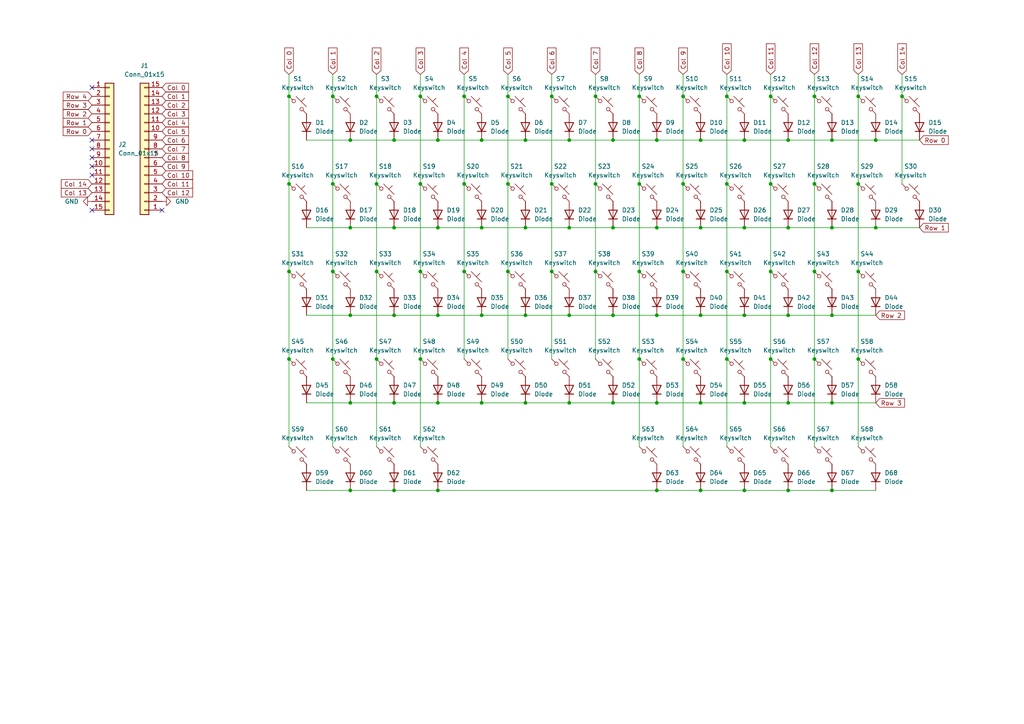
<source format=kicad_sch>
(kicad_sch (version 20231120) (generator "eeschema") (generator_version "8.0")
  (paper "A4")
  (lib_symbols
    (symbol "Connector_Generic:Conn_01x15" (pin_names (offset 1.016) hide)
      (property "Reference" "J" (at 0 20.32 0))
      (property "Value" "Conn_01x15" (at 0 -20.32 0))
      (symbol "Conn_01x15_1_1"
        (pin passive line (at -5.08 17.78 0) (length 3.81) (name "Pin_1") (number "1"))
        (pin passive line (at -5.08 -5.08 0) (length 3.81) (name "Pin_10") (number "10"))
        (pin passive line (at -5.08 -7.62 0) (length 3.81) (name "Pin_11") (number "11"))
        (pin passive line (at -5.08 -10.16 0) (length 3.81) (name "Pin_12") (number "12"))
        (pin passive line (at -5.08 -12.7 0) (length 3.81) (name "Pin_13") (number "13"))
        (pin passive line (at -5.08 -15.24 0) (length 3.81) (name "Pin_14") (number "14"))
        (pin passive line (at -5.08 -17.78 0) (length 3.81) (name "Pin_15") (number "15"))
        (pin passive line (at -5.08 15.24 0) (length 3.81) (name "Pin_2") (number "2"))
        (pin passive line (at -5.08 12.7 0) (length 3.81) (name "Pin_3") (number "3"))
        (pin passive line (at -5.08 10.16 0) (length 3.81) (name "Pin_4") (number "4"))
        (pin passive line (at -5.08 7.62 0) (length 3.81) (name "Pin_5") (number "5"))
        (pin passive line (at -5.08 5.08 0) (length 3.81) (name "Pin_6") (number "6"))
        (pin passive line (at -5.08 2.54 0) (length 3.81) (name "Pin_7") (number "7"))
        (pin passive line (at -5.08 0 0) (length 3.81) (name "Pin_8") (number "8"))
        (pin passive line (at -5.08 -2.54 0) (length 3.81) (name "Pin_9") (number "9"))
      )
    )
    (symbol "ScottoKeebs:Placeholder_Diode" (pin_numbers hide) (pin_names hide)
      (property "Reference" "D" (at 0 2.54 0))
      (property "Value" "Diode" (at 0 -2.54 0))
      (symbol "Placeholder_Diode_1_1"
        (pin passive line (at -3.81 0 0) (length 2.54) (name "K") (number "1"))
        (pin passive line (at 3.81 0 180) (length 2.54) (name "A") (number "2"))
      )
    )
    (symbol "ScottoKeebs:Placeholder_Keyswitch" (pin_numbers hide) (pin_names (offset 1.016) hide)
      (property "Reference" "S" (at 3.048 1.016 0))
      (property "Value" "Keyswitch" (at 0 -3.81 0))
      (symbol "Placeholder_Keyswitch_0_1"
        (pin passive line (at -2.54 2.54 0) (length 0) (name "1") (number "1"))
        (pin passive line (at 2.54 -2.54 180) (length 0) (name "2") (number "2"))
      )
    )
    (symbol "power:GND" (power) (pin_numbers hide) (pin_names (offset 0) hide)
      (property "Value" "GND" (at 0 -3.81 0))
      (symbol "GND_1_1"
        (pin power_in line (at 0 0 270) (length 0) (name "~") (number "1"))
      )
    )
  )
  (junction (at 215.9 116.84))
  (junction (at 172.72 53.34))
  (junction (at 134.62 53.34))
  (junction (at 147.32 27.94))
  (junction (at 254 40.64))
  (junction (at 223.52 27.94))
  (junction (at 223.52 53.34))
  (junction (at 127 66.04))
  (junction (at 101.6 91.44))
  (junction (at 198.12 53.34))
  (junction (at 248.92 27.94))
  (junction (at 228.6 40.64))
  (junction (at 254 66.04))
  (junction (at 139.7 91.44))
  (junction (at 236.22 78.74))
  (junction (at 83.82 104.14))
  (junction (at 134.62 78.74))
  (junction (at 248.92 53.34))
  (junction (at 236.22 53.34))
  (junction (at 185.42 53.34))
  (junction (at 114.3 142.24))
  (junction (at 228.6 91.44))
  (junction (at 109.22 53.34))
  (junction (at 215.9 91.44))
  (junction (at 152.4 66.04))
  (junction (at 139.7 66.04))
  (junction (at 96.52 104.14))
  (junction (at 121.92 27.94))
  (junction (at 139.7 40.64))
  (junction (at 236.22 104.14))
  (junction (at 241.3 40.64))
  (junction (at 241.3 66.04))
  (junction (at 147.32 78.74))
  (junction (at 83.82 27.94))
  (junction (at 223.52 104.14))
  (junction (at 241.3 91.44))
  (junction (at 172.72 78.74))
  (junction (at 152.4 91.44))
  (junction (at 160.02 27.94))
  (junction (at 248.92 78.74))
  (junction (at 177.8 116.84))
  (junction (at 121.92 53.34))
  (junction (at 114.3 40.64))
  (junction (at 203.2 91.44))
  (junction (at 210.82 27.94))
  (junction (at 152.4 116.84))
  (junction (at 114.3 116.84))
  (junction (at 96.52 78.74))
  (junction (at 190.5 40.64))
  (junction (at 139.7 116.84))
  (junction (at 203.2 66.04))
  (junction (at 215.9 142.24))
  (junction (at 228.6 66.04))
  (junction (at 215.9 40.64))
  (junction (at 83.82 78.74))
  (junction (at 203.2 142.24))
  (junction (at 165.1 116.84))
  (junction (at 248.92 104.14))
  (junction (at 101.6 66.04))
  (junction (at 147.32 53.34))
  (junction (at 177.8 40.64))
  (junction (at 101.6 116.84))
  (junction (at 127 91.44))
  (junction (at 185.42 104.14))
  (junction (at 228.6 116.84))
  (junction (at 127 142.24))
  (junction (at 210.82 53.34))
  (junction (at 101.6 40.64))
  (junction (at 160.02 78.74))
  (junction (at 203.2 116.84))
  (junction (at 109.22 104.14))
  (junction (at 121.92 104.14))
  (junction (at 109.22 78.74))
  (junction (at 114.3 91.44))
  (junction (at 134.62 27.94))
  (junction (at 109.22 27.94))
  (junction (at 198.12 78.74))
  (junction (at 236.22 27.94))
  (junction (at 165.1 40.64))
  (junction (at 101.6 142.24))
  (junction (at 114.3 66.04))
  (junction (at 172.72 27.94))
  (junction (at 190.5 142.24))
  (junction (at 215.9 66.04))
  (junction (at 177.8 66.04))
  (junction (at 190.5 91.44))
  (junction (at 198.12 27.94))
  (junction (at 127 40.64))
  (junction (at 177.8 91.44))
  (junction (at 241.3 116.84))
  (junction (at 241.3 142.24))
  (junction (at 165.1 91.44))
  (junction (at 261.62 27.94))
  (junction (at 190.5 66.04))
  (junction (at 210.82 78.74))
  (junction (at 198.12 104.14))
  (junction (at 96.52 53.34))
  (junction (at 185.42 27.94))
  (junction (at 228.6 142.24))
  (junction (at 185.42 78.74))
  (junction (at 127 116.84))
  (junction (at 96.52 27.94))
  (junction (at 165.1 66.04))
  (junction (at 121.92 78.74))
  (junction (at 223.52 78.74))
  (junction (at 160.02 53.34))
  (junction (at 210.82 104.14))
  (junction (at 203.2 40.64))
  (junction (at 152.4 40.64))
  (junction (at 83.82 53.34))
  (junction (at 190.5 116.84))
  (no_connect (at 26.67 60.96))
  (no_connect (at 26.67 40.64))
  (no_connect (at 26.67 48.26))
  (no_connect (at 26.67 45.72))
  (no_connect (at 26.67 50.8))
  (no_connect (at 26.67 43.18))
  (no_connect (at 26.67 25.4))
  (no_connect (at 46.99 60.96))
  (wire (pts (xy 160.02 27.94) (xy 160.02 53.34)))
  (wire (pts (xy 134.62 78.74) (xy 134.62 104.14)))
  (wire (pts (xy 83.82 78.74) (xy 83.82 104.14)))
  (wire (pts (xy 165.1 91.44) (xy 177.8 91.44)))
  (wire (pts (xy 198.12 104.14) (xy 198.12 129.54)))
  (wire (pts (xy 203.2 142.24) (xy 215.9 142.24)))
  (wire (pts (xy 121.92 53.34) (xy 121.92 78.74)))
  (wire (pts (xy 254 66.04) (xy 266.7 66.04)))
  (wire (pts (xy 165.1 116.84) (xy 177.8 116.84)))
  (wire (pts (xy 127 91.44) (xy 139.7 91.44)))
  (wire (pts (xy 215.9 116.84) (xy 228.6 116.84)))
  (wire (pts (xy 203.2 40.64) (xy 215.9 40.64)))
  (wire (pts (xy 223.52 21.59) (xy 223.52 27.94)))
  (wire (pts (xy 198.12 78.74) (xy 198.12 104.14)))
  (wire (pts (xy 101.6 91.44) (xy 114.3 91.44)))
  (wire (pts (xy 83.82 27.94) (xy 83.82 53.34)))
  (wire (pts (xy 236.22 21.59) (xy 236.22 27.94)))
  (wire (pts (xy 165.1 40.64) (xy 177.8 40.64)))
  (wire (pts (xy 185.42 27.94) (xy 185.42 53.34)))
  (wire (pts (xy 96.52 53.34) (xy 96.52 78.74)))
  (wire (pts (xy 177.8 91.44) (xy 190.5 91.44)))
  (wire (pts (xy 236.22 104.14) (xy 236.22 129.54)))
  (wire (pts (xy 101.6 116.84) (xy 114.3 116.84)))
  (wire (pts (xy 215.9 66.04) (xy 228.6 66.04)))
  (wire (pts (xy 96.52 78.74) (xy 96.52 104.14)))
  (wire (pts (xy 152.4 91.44) (xy 165.1 91.44)))
  (wire (pts (xy 147.32 27.94) (xy 147.32 53.34)))
  (wire (pts (xy 127 40.64) (xy 139.7 40.64)))
  (wire (pts (xy 114.3 91.44) (xy 127 91.44)))
  (wire (pts (xy 83.82 53.34) (xy 83.82 78.74)))
  (wire (pts (xy 152.4 40.64) (xy 165.1 40.64)))
  (wire (pts (xy 210.82 53.34) (xy 210.82 78.74)))
  (wire (pts (xy 228.6 116.84) (xy 241.3 116.84)))
  (wire (pts (xy 101.6 66.04) (xy 114.3 66.04)))
  (wire (pts (xy 147.32 78.74) (xy 147.32 104.14)))
  (wire (pts (xy 88.9 116.84) (xy 101.6 116.84)))
  (wire (pts (xy 185.42 21.59) (xy 185.42 27.94)))
  (wire (pts (xy 172.72 27.94) (xy 172.72 53.34)))
  (wire (pts (xy 223.52 27.94) (xy 223.52 53.34)))
  (wire (pts (xy 160.02 78.74) (xy 160.02 104.14)))
  (wire (pts (xy 223.52 78.74) (xy 223.52 104.14)))
  (wire (pts (xy 139.7 91.44) (xy 152.4 91.44)))
  (wire (pts (xy 210.82 78.74) (xy 210.82 104.14)))
  (wire (pts (xy 101.6 142.24) (xy 114.3 142.24)))
  (wire (pts (xy 96.52 27.94) (xy 96.52 53.34)))
  (wire (pts (xy 248.92 27.94) (xy 248.92 53.34)))
  (wire (pts (xy 172.72 78.74) (xy 172.72 104.14)))
  (wire (pts (xy 228.6 142.24) (xy 241.3 142.24)))
  (wire (pts (xy 241.3 40.64) (xy 254 40.64)))
  (wire (pts (xy 215.9 142.24) (xy 228.6 142.24)))
  (wire (pts (xy 261.62 27.94) (xy 261.62 53.34)))
  (wire (pts (xy 236.22 53.34) (xy 236.22 78.74)))
  (wire (pts (xy 114.3 40.64) (xy 127 40.64)))
  (wire (pts (xy 139.7 66.04) (xy 152.4 66.04)))
  (wire (pts (xy 190.5 40.64) (xy 203.2 40.64)))
  (wire (pts (xy 83.82 21.59) (xy 83.82 27.94)))
  (wire (pts (xy 134.62 27.94) (xy 134.62 53.34)))
  (wire (pts (xy 114.3 142.24) (xy 127 142.24)))
  (wire (pts (xy 198.12 21.59) (xy 198.12 27.94)))
  (wire (pts (xy 210.82 21.59) (xy 210.82 27.94)))
  (wire (pts (xy 127 116.84) (xy 139.7 116.84)))
  (wire (pts (xy 114.3 66.04) (xy 127 66.04)))
  (wire (pts (xy 236.22 27.94) (xy 236.22 53.34)))
  (wire (pts (xy 241.3 142.24) (xy 254 142.24)))
  (wire (pts (xy 101.6 40.64) (xy 114.3 40.64)))
  (wire (pts (xy 147.32 53.34) (xy 147.32 78.74)))
  (wire (pts (xy 177.8 116.84) (xy 190.5 116.84)))
  (wire (pts (xy 190.5 66.04) (xy 203.2 66.04)))
  (wire (pts (xy 147.32 21.59) (xy 147.32 27.94)))
  (wire (pts (xy 121.92 104.14) (xy 121.92 129.54)))
  (wire (pts (xy 160.02 53.34) (xy 160.02 78.74)))
  (wire (pts (xy 172.72 53.34) (xy 172.72 78.74)))
  (wire (pts (xy 83.82 104.14) (xy 83.82 129.54)))
  (wire (pts (xy 109.22 21.59) (xy 109.22 27.94)))
  (wire (pts (xy 241.3 91.44) (xy 254 91.44)))
  (wire (pts (xy 134.62 53.34) (xy 134.62 78.74)))
  (wire (pts (xy 121.92 27.94) (xy 121.92 53.34)))
  (wire (pts (xy 160.02 21.59) (xy 160.02 27.94)))
  (wire (pts (xy 121.92 21.59) (xy 121.92 27.94)))
  (wire (pts (xy 185.42 104.14) (xy 185.42 129.54)))
  (wire (pts (xy 248.92 78.74) (xy 248.92 104.14)))
  (wire (pts (xy 223.52 104.14) (xy 223.52 129.54)))
  (wire (pts (xy 172.72 21.59) (xy 172.72 27.94)))
  (wire (pts (xy 203.2 116.84) (xy 215.9 116.84)))
  (wire (pts (xy 165.1 66.04) (xy 177.8 66.04)))
  (wire (pts (xy 121.92 78.74) (xy 121.92 104.14)))
  (wire (pts (xy 228.6 40.64) (xy 241.3 40.64)))
  (wire (pts (xy 185.42 78.74) (xy 185.42 104.14)))
  (wire (pts (xy 228.6 66.04) (xy 241.3 66.04)))
  (wire (pts (xy 96.52 21.59) (xy 96.52 27.94)))
  (wire (pts (xy 109.22 53.34) (xy 109.22 78.74)))
  (wire (pts (xy 88.9 142.24) (xy 101.6 142.24)))
  (wire (pts (xy 215.9 91.44) (xy 228.6 91.44)))
  (wire (pts (xy 88.9 66.04) (xy 101.6 66.04)))
  (wire (pts (xy 241.3 66.04) (xy 254 66.04)))
  (wire (pts (xy 152.4 116.84) (xy 165.1 116.84)))
  (wire (pts (xy 139.7 40.64) (xy 152.4 40.64)))
  (wire (pts (xy 248.92 21.59) (xy 248.92 27.94)))
  (wire (pts (xy 248.92 104.14) (xy 248.92 129.54)))
  (wire (pts (xy 236.22 78.74) (xy 236.22 104.14)))
  (wire (pts (xy 109.22 78.74) (xy 109.22 104.14)))
  (wire (pts (xy 152.4 66.04) (xy 165.1 66.04)))
  (wire (pts (xy 114.3 116.84) (xy 127 116.84)))
  (wire (pts (xy 177.8 40.64) (xy 190.5 40.64)))
  (wire (pts (xy 190.5 142.24) (xy 203.2 142.24)))
  (wire (pts (xy 127 66.04) (xy 139.7 66.04)))
  (wire (pts (xy 190.5 91.44) (xy 203.2 91.44)))
  (wire (pts (xy 134.62 21.59) (xy 134.62 27.94)))
  (wire (pts (xy 109.22 27.94) (xy 109.22 53.34)))
  (wire (pts (xy 228.6 91.44) (xy 241.3 91.44)))
  (wire (pts (xy 203.2 66.04) (xy 215.9 66.04)))
  (wire (pts (xy 109.22 104.14) (xy 109.22 129.54)))
  (wire (pts (xy 88.9 91.44) (xy 101.6 91.44)))
  (wire (pts (xy 215.9 40.64) (xy 228.6 40.64)))
  (wire (pts (xy 241.3 116.84) (xy 254 116.84)))
  (wire (pts (xy 210.82 104.14) (xy 210.82 129.54)))
  (wire (pts (xy 248.92 53.34) (xy 248.92 78.74)))
  (wire (pts (xy 96.52 104.14) (xy 96.52 129.54)))
  (wire (pts (xy 185.42 53.34) (xy 185.42 78.74)))
  (wire (pts (xy 177.8 66.04) (xy 190.5 66.04)))
  (wire (pts (xy 190.5 116.84) (xy 203.2 116.84)))
  (wire (pts (xy 210.82 27.94) (xy 210.82 53.34)))
  (wire (pts (xy 139.7 116.84) (xy 152.4 116.84)))
  (wire (pts (xy 223.52 53.34) (xy 223.52 78.74)))
  (wire (pts (xy 203.2 91.44) (xy 215.9 91.44)))
  (wire (pts (xy 198.12 53.34) (xy 198.12 78.74)))
  (wire (pts (xy 254 40.64) (xy 266.7 40.64)))
  (wire (pts (xy 127 142.24) (xy 190.5 142.24)))
  (wire (pts (xy 198.12 27.94) (xy 198.12 53.34)))
  (wire (pts (xy 261.62 21.59) (xy 261.62 27.94)))
  (wire (pts (xy 88.9 40.64) (xy 101.6 40.64)))
  (global_label "Row 1" (shape input) (at 26.67 35.56 180) (property "Intersheetrefs" "${INTERSHEET_REFS}" (effects (hide yes))))
  (global_label "Col 8" (shape input) (at 185.42 21.59 90) (property "Intersheetrefs" "${INTERSHEET_REFS}" (effects (hide yes))))
  (global_label "Col 11" (shape input) (at 46.99 53.34 0) (property "Intersheetrefs" "${INTERSHEET_REFS}" (effects (hide yes))))
  (global_label "Col 2" (shape input) (at 46.99 30.48 0) (property "Intersheetrefs" "${INTERSHEET_REFS}" (effects (hide yes))))
  (global_label "Col 4" (shape input) (at 46.99 35.56 0) (property "Intersheetrefs" "${INTERSHEET_REFS}" (effects (hide yes))))
  (global_label "Col 10" (shape input) (at 46.99 50.8 0) (property "Intersheetrefs" "${INTERSHEET_REFS}" (effects (hide yes))))
  (global_label "Col 13" (shape input) (at 248.92 21.59 90) (property "Intersheetrefs" "${INTERSHEET_REFS}" (effects (hide yes))))
  (global_label "Col 14" (shape input) (at 26.67 53.34 180) (property "Intersheetrefs" "${INTERSHEET_REFS}" (effects (hide yes))))
  (global_label "Col 12" (shape input) (at 46.99 55.88 0) (property "Intersheetrefs" "${INTERSHEET_REFS}" (effects (hide yes))))
  (global_label "Col 7" (shape input) (at 172.72 21.59 90) (property "Intersheetrefs" "${INTERSHEET_REFS}" (effects (hide yes))))
  (global_label "Col 8" (shape input) (at 46.99 45.72 0) (property "Intersheetrefs" "${INTERSHEET_REFS}" (effects (hide yes))))
  (global_label "Col 0" (shape input) (at 83.82 21.59 90) (property "Intersheetrefs" "${INTERSHEET_REFS}" (effects (hide yes))))
  (global_label "Col 6" (shape input) (at 160.02 21.59 90) (property "Intersheetrefs" "${INTERSHEET_REFS}" (effects (hide yes))))
  (global_label "Col 1" (shape input) (at 96.52 21.59 90) (property "Intersheetrefs" "${INTERSHEET_REFS}" (effects (hide yes))))
  (global_label "Col 12" (shape input) (at 236.22 21.59 90) (property "Intersheetrefs" "${INTERSHEET_REFS}" (effects (hide yes))))
  (global_label "Col 9" (shape input) (at 46.99 48.26 0) (property "Intersheetrefs" "${INTERSHEET_REFS}" (effects (hide yes))))
  (global_label "Row 0" (shape input) (at 26.67 38.1 180) (property "Intersheetrefs" "${INTERSHEET_REFS}" (effects (hide yes))))
  (global_label "Col 0" (shape input) (at 46.99 25.4 0) (property "Intersheetrefs" "${INTERSHEET_REFS}" (effects (hide yes))))
  (global_label "Col 3" (shape input) (at 46.99 33.02 0) (property "Intersheetrefs" "${INTERSHEET_REFS}" (effects (hide yes))))
  (global_label "Col 5" (shape input) (at 46.99 38.1 0) (property "Intersheetrefs" "${INTERSHEET_REFS}" (effects (hide yes))))
  (global_label "Row 3" (shape input) (at 26.67 30.48 180) (property "Intersheetrefs" "${INTERSHEET_REFS}" (effects (hide yes))))
  (global_label "Col 3" (shape input) (at 121.92 21.59 90) (property "Intersheetrefs" "${INTERSHEET_REFS}" (effects (hide yes))))
  (global_label "Col 11" (shape input) (at 223.52 21.59 90) (property "Intersheetrefs" "${INTERSHEET_REFS}" (effects (hide yes))))
  (global_label "Col 6" (shape input) (at 46.99 40.64 0) (property "Intersheetrefs" "${INTERSHEET_REFS}" (effects (hide yes))))
  (global_label "Col 5" (shape input) (at 147.32 21.59 90) (property "Intersheetrefs" "${INTERSHEET_REFS}" (effects (hide yes))))
  (global_label "Col 1" (shape input) (at 46.99 27.94 0) (property "Intersheetrefs" "${INTERSHEET_REFS}" (effects (hide yes))))
  (global_label "Col 14" (shape input) (at 261.62 21.59 90) (property "Intersheetrefs" "${INTERSHEET_REFS}" (effects (hide yes))))
  (global_label "Row 1" (shape input) (at 266.7 66.04 0) (property "Intersheetrefs" "${INTERSHEET_REFS}" (effects (hide yes))))
  (global_label "Col 9" (shape input) (at 198.12 21.59 90) (property "Intersheetrefs" "${INTERSHEET_REFS}" (effects (hide yes))))
  (global_label "Row 0" (shape input) (at 266.7 40.64 0) (property "Intersheetrefs" "${INTERSHEET_REFS}" (effects (hide yes))))
  (global_label "Row 4" (shape input) (at 26.67 27.94 180) (property "Intersheetrefs" "${INTERSHEET_REFS}" (effects (hide yes))))
  (global_label "Col 13" (shape input) (at 26.67 55.88 180) (property "Intersheetrefs" "${INTERSHEET_REFS}" (effects (hide yes))))
  (global_label "Row 3" (shape input) (at 254 116.84 0) (property "Intersheetrefs" "${INTERSHEET_REFS}" (effects (hide yes))))
  (global_label "Col 7" (shape input) (at 46.99 43.18 0) (property "Intersheetrefs" "${INTERSHEET_REFS}" (effects (hide yes))))
  (global_label "Col 10" (shape input) (at 210.82 21.59 90) (property "Intersheetrefs" "${INTERSHEET_REFS}" (effects (hide yes))))
  (global_label "Col 4" (shape input) (at 134.62 21.59 90) (property "Intersheetrefs" "${INTERSHEET_REFS}" (effects (hide yes))))
  (global_label "Row 2" (shape input) (at 26.67 33.02 180) (property "Intersheetrefs" "${INTERSHEET_REFS}" (effects (hide yes))))
  (global_label "Col 2" (shape input) (at 109.22 21.59 90) (property "Intersheetrefs" "${INTERSHEET_REFS}" (effects (hide yes))))
  (global_label "Row 2" (shape input) (at 254 91.44 0) (property "Intersheetrefs" "${INTERSHEET_REFS}" (effects (hide yes))))
  (symbol (lib_id "ScottoKeebs:Placeholder_Keyswitch") (at 238.76 55.88 0) (unit 1)
    (property "Reference" "S28" (at 238.76 48.26 0))
    (property "Value" "Keyswitch" (at 238.76 50.8 0))
    (property "Footprint" "ScottoKeebs_MX:MX_PCB_1.00u" (effects (hide yes)))
    (property "Description" "Push button switch, normally open, two pins, 45° tilted" (effects (hide yes)))
  )
  (symbol (lib_id "ScottoKeebs:Placeholder_Keyswitch") (at 226.06 132.08 0) (unit 1)
    (property "Reference" "S66" (at 226.06 124.46 0))
    (property "Value" "Keyswitch" (at 226.06 127 0))
    (property "Footprint" "ScottoKeebs_MX:MX_PCB_1.00u" (effects (hide yes)))
    (property "Description" "Push button switch, normally open, two pins, 45° tilted" (effects (hide yes)))
  )
  (symbol (lib_id "ScottoKeebs:Placeholder_Keyswitch") (at 149.86 106.68 0) (unit 1)
    (property "Reference" "S50" (at 149.86 99.06 0))
    (property "Value" "Keyswitch" (at 149.86 101.6 0))
    (property "Footprint" "ScottoKeebs_MX:MX_PCB_1.00u" (effects (hide yes)))
    (property "Description" "Push button switch, normally open, two pins, 45° tilted" (effects (hide yes)))
  )
  (symbol (lib_id "ScottoKeebs:Placeholder_Diode") (at 254 62.23 90) (unit 1)
    (property "Reference" "D29" (at 256.54 60.9599 90) (effects (justify right)))
    (property "Value" "Diode" (at 256.54 63.4999 90) (effects (justify right)))
    (property "Footprint" "ScottoKeebs_Components:Diode_DO-35" (effects (hide yes)))
    (property "Description" "1N4148 (DO-35) or 1N4148W (SOD-123)" (effects (hide yes)))
    (property "Sim.Device" "D" (effects (hide yes)))
    (property "Sim.Pins" "1=K 2=A" (effects (hide yes)))
  )
  (symbol (lib_id "ScottoKeebs:Placeholder_Keyswitch") (at 200.66 55.88 0) (unit 1)
    (property "Reference" "S25" (at 200.66 48.26 0))
    (property "Value" "Keyswitch" (at 200.66 50.8 0))
    (property "Footprint" "ScottoKeebs_MX:MX_PCB_1.00u" (effects (hide yes)))
    (property "Description" "Push button switch, normally open, two pins, 45° tilted" (effects (hide yes)))
  )
  (symbol (lib_id "ScottoKeebs:Placeholder_Keyswitch") (at 137.16 55.88 0) (unit 1)
    (property "Reference" "S20" (at 137.16 48.26 0))
    (property "Value" "Keyswitch" (at 137.16 50.8 0))
    (property "Footprint" "ScottoKeebs_MX:MX_PCB_1.00u" (effects (hide yes)))
    (property "Description" "Push button switch, normally open, two pins, 45° tilted" (effects (hide yes)))
  )
  (symbol (lib_id "ScottoKeebs:Placeholder_Keyswitch") (at 86.36 106.68 0) (unit 1)
    (property "Reference" "S45" (at 86.36 99.06 0))
    (property "Value" "Keyswitch" (at 86.36 101.6 0))
    (property "Footprint" "ScottoKeebs_MX:MX_PCB_1.00u" (effects (hide yes)))
    (property "Description" "Push button switch, normally open, two pins, 45° tilted" (effects (hide yes)))
  )
  (symbol (lib_id "ScottoKeebs:Placeholder_Diode") (at 254 138.43 90) (unit 1)
    (property "Reference" "D68" (at 256.54 137.1599 90) (effects (justify right)))
    (property "Value" "Diode" (at 256.54 139.6999 90) (effects (justify right)))
    (property "Footprint" "ScottoKeebs_Components:Diode_DO-35" (effects (hide yes)))
    (property "Description" "1N4148 (DO-35) or 1N4148W (SOD-123)" (effects (hide yes)))
    (property "Sim.Device" "D" (effects (hide yes)))
    (property "Sim.Pins" "1=K 2=A" (effects (hide yes)))
  )
  (symbol (lib_id "power:GND") (at 46.99 58.42 90) (unit 1)
    (property "Reference" "#PWR01" (effects (hide yes)))
    (property "Value" "GND" (at 50.8 58.4199 90) (effects (justify right)))
    (property "Description" "Power symbol creates a global label with name \"GND\" , ground" (effects (hide yes)))
  )
  (symbol (lib_id "ScottoKeebs:Placeholder_Keyswitch") (at 124.46 55.88 0) (unit 1)
    (property "Reference" "S19" (at 124.46 48.26 0))
    (property "Value" "Keyswitch" (at 124.46 50.8 0))
    (property "Footprint" "ScottoKeebs_MX:MX_PCB_1.00u" (effects (hide yes)))
    (property "Description" "Push button switch, normally open, two pins, 45° tilted" (effects (hide yes)))
  )
  (symbol (lib_id "ScottoKeebs:Placeholder_Keyswitch") (at 226.06 30.48 0) (unit 1)
    (property "Reference" "S12" (at 226.06 22.86 0))
    (property "Value" "Keyswitch" (at 226.06 25.4 0))
    (property "Footprint" "ScottoKeebs_MX:MX_PCB_1.00u" (effects (hide yes)))
    (property "Description" "Push button switch, normally open, two pins, 45° tilted" (effects (hide yes)))
  )
  (symbol (lib_id "ScottoKeebs:Placeholder_Diode") (at 114.3 138.43 90) (unit 1)
    (property "Reference" "D61" (at 116.84 137.1599 90) (effects (justify right)))
    (property "Value" "Diode" (at 116.84 139.6999 90) (effects (justify right)))
    (property "Footprint" "ScottoKeebs_Components:Diode_DO-35" (effects (hide yes)))
    (property "Description" "1N4148 (DO-35) or 1N4148W (SOD-123)" (effects (hide yes)))
    (property "Sim.Device" "D" (effects (hide yes)))
    (property "Sim.Pins" "1=K 2=A" (effects (hide yes)))
  )
  (symbol (lib_id "ScottoKeebs:Placeholder_Keyswitch") (at 99.06 30.48 0) (unit 1)
    (property "Reference" "S2" (at 99.06 22.86 0))
    (property "Value" "Keyswitch" (at 99.06 25.4 0))
    (property "Footprint" "ScottoKeebs_MX:MX_PCB_1.00u" (effects (hide yes)))
    (property "Description" "Push button switch, normally open, two pins, 45° tilted" (effects (hide yes)))
  )
  (symbol (lib_id "ScottoKeebs:Placeholder_Keyswitch") (at 86.36 81.28 0) (unit 1)
    (property "Reference" "S31" (at 86.36 73.66 0))
    (property "Value" "Keyswitch" (at 86.36 76.2 0))
    (property "Footprint" "ScottoKeebs_MX:MX_PCB_1.00u" (effects (hide yes)))
    (property "Description" "Push button switch, normally open, two pins, 45° tilted" (effects (hide yes)))
  )
  (symbol (lib_id "Connector_Generic:Conn_01x15") (at 31.75 43.18 0) (unit 1)
    (property "Reference" "J2" (at 34.29 41.9099 0) (effects (justify left)))
    (property "Value" "Conn_01x15" (at 34.29 44.4499 0) (effects (justify left)))
    (property "Footprint" "Connector_JST:JST_PH_B15B-PH-K_1x15_P2.00mm_Vertical" (effects (hide yes)))
    (property "Description" "Generic connector, single row, 01x15, script generated (kicad-library-utils/schlib/autogen/connector/)" (effects (hide yes)))
  )
  (symbol (lib_id "ScottoKeebs:Placeholder_Keyswitch") (at 264.16 30.48 0) (unit 1)
    (property "Reference" "S15" (at 264.16 22.86 0))
    (property "Value" "Keyswitch" (at 264.16 25.4 0))
    (property "Footprint" "ScottoKeebs_MX:MX_PCB_1.00u" (effects (hide yes)))
    (property "Description" "Push button switch, normally open, two pins, 45° tilted" (effects (hide yes)))
  )
  (symbol (lib_id "ScottoKeebs:Placeholder_Diode") (at 88.9 36.83 90) (unit 1)
    (property "Reference" "D1" (at 91.44 35.5599 90) (effects (justify right)))
    (property "Value" "Diode" (at 91.44 38.0999 90) (effects (justify right)))
    (property "Footprint" "ScottoKeebs_Components:Diode_DO-35" (effects (hide yes)))
    (property "Description" "1N4148 (DO-35) or 1N4148W (SOD-123)" (effects (hide yes)))
    (property "Sim.Device" "D" (effects (hide yes)))
    (property "Sim.Pins" "1=K 2=A" (effects (hide yes)))
  )
  (symbol (lib_id "ScottoKeebs:Placeholder_Keyswitch") (at 226.06 55.88 0) (unit 1)
    (property "Reference" "S27" (at 226.06 48.26 0))
    (property "Value" "Keyswitch" (at 226.06 50.8 0))
    (property "Footprint" "ScottoKeebs_MX:MX_PCB_1.00u" (effects (hide yes)))
    (property "Description" "Push button switch, normally open, two pins, 45° tilted" (effects (hide yes)))
  )
  (symbol (lib_id "ScottoKeebs:Placeholder_Diode") (at 101.6 113.03 90) (unit 1)
    (property "Reference" "D46" (at 104.14 111.7599 90) (effects (justify right)))
    (property "Value" "Diode" (at 104.14 114.2999 90) (effects (justify right)))
    (property "Footprint" "ScottoKeebs_Components:Diode_DO-35" (effects (hide yes)))
    (property "Description" "1N4148 (DO-35) or 1N4148W (SOD-123)" (effects (hide yes)))
    (property "Sim.Device" "D" (effects (hide yes)))
    (property "Sim.Pins" "1=K 2=A" (effects (hide yes)))
  )
  (symbol (lib_id "ScottoKeebs:Placeholder_Keyswitch") (at 162.56 55.88 0) (unit 1)
    (property "Reference" "S22" (at 162.56 48.26 0))
    (property "Value" "Keyswitch" (at 162.56 50.8 0))
    (property "Footprint" "ScottoKeebs_MX:MX_PCB_1.00u" (effects (hide yes)))
    (property "Description" "Push button switch, normally open, two pins, 45° tilted" (effects (hide yes)))
  )
  (symbol (lib_id "ScottoKeebs:Placeholder_Diode") (at 88.9 62.23 90) (unit 1)
    (property "Reference" "D16" (at 91.44 60.9599 90) (effects (justify right)))
    (property "Value" "Diode" (at 91.44 63.4999 90) (effects (justify right)))
    (property "Footprint" "ScottoKeebs_Components:Diode_DO-35" (effects (hide yes)))
    (property "Description" "1N4148 (DO-35) or 1N4148W (SOD-123)" (effects (hide yes)))
    (property "Sim.Device" "D" (effects (hide yes)))
    (property "Sim.Pins" "1=K 2=A" (effects (hide yes)))
  )
  (symbol (lib_id "ScottoKeebs:Placeholder_Keyswitch") (at 187.96 106.68 0) (unit 1)
    (property "Reference" "S53" (at 187.96 99.06 0))
    (property "Value" "Keyswitch" (at 187.96 101.6 0))
    (property "Footprint" "ScottoKeebs_MX:MX_PCB_1.00u" (effects (hide yes)))
    (property "Description" "Push button switch, normally open, two pins, 45° tilted" (effects (hide yes)))
  )
  (symbol (lib_id "ScottoKeebs:Placeholder_Diode") (at 228.6 113.03 90) (unit 1)
    (property "Reference" "D56" (at 231.14 111.7599 90) (effects (justify right)))
    (property "Value" "Diode" (at 231.14 114.2999 90) (effects (justify right)))
    (property "Footprint" "ScottoKeebs_Components:Diode_DO-35" (effects (hide yes)))
    (property "Description" "1N4148 (DO-35) or 1N4148W (SOD-123)" (effects (hide yes)))
    (property "Sim.Device" "D" (effects (hide yes)))
    (property "Sim.Pins" "1=K 2=A" (effects (hide yes)))
  )
  (symbol (lib_id "ScottoKeebs:Placeholder_Keyswitch") (at 251.46 106.68 0) (unit 1)
    (property "Reference" "S58" (at 251.46 99.06 0))
    (property "Value" "Keyswitch" (at 251.46 101.6 0))
    (property "Footprint" "ScottoKeebs_MX:MX_PCB_1.00u" (effects (hide yes)))
    (property "Description" "Push button switch, normally open, two pins, 45° tilted" (effects (hide yes)))
  )
  (symbol (lib_id "ScottoKeebs:Placeholder_Diode") (at 152.4 87.63 90) (unit 1)
    (property "Reference" "D36" (at 154.94 86.3599 90) (effects (justify right)))
    (property "Value" "Diode" (at 154.94 88.8999 90) (effects (justify right)))
    (property "Footprint" "ScottoKeebs_Components:Diode_DO-35" (effects (hide yes)))
    (property "Description" "1N4148 (DO-35) or 1N4148W (SOD-123)" (effects (hide yes)))
    (property "Sim.Device" "D" (effects (hide yes)))
    (property "Sim.Pins" "1=K 2=A" (effects (hide yes)))
  )
  (symbol (lib_id "ScottoKeebs:Placeholder_Diode") (at 177.8 113.03 90) (unit 1)
    (property "Reference" "D52" (at 180.34 111.7599 90) (effects (justify right)))
    (property "Value" "Diode" (at 180.34 114.2999 90) (effects (justify right)))
    (property "Footprint" "ScottoKeebs_Components:Diode_DO-35" (effects (hide yes)))
    (property "Description" "1N4148 (DO-35) or 1N4148W (SOD-123)" (effects (hide yes)))
    (property "Sim.Device" "D" (effects (hide yes)))
    (property "Sim.Pins" "1=K 2=A" (effects (hide yes)))
  )
  (symbol (lib_id "ScottoKeebs:Placeholder_Diode") (at 254 87.63 90) (unit 1)
    (property "Reference" "D44" (at 256.54 86.3599 90) (effects (justify right)))
    (property "Value" "Diode" (at 256.54 88.8999 90) (effects (justify right)))
    (property "Footprint" "ScottoKeebs_Components:Diode_DO-35" (effects (hide yes)))
    (property "Description" "1N4148 (DO-35) or 1N4148W (SOD-123)" (effects (hide yes)))
    (property "Sim.Device" "D" (effects (hide yes)))
    (property "Sim.Pins" "1=K 2=A" (effects (hide yes)))
  )
  (symbol (lib_id "ScottoKeebs:Placeholder_Keyswitch") (at 111.76 106.68 0) (unit 1)
    (property "Reference" "S47" (at 111.76 99.06 0))
    (property "Value" "Keyswitch" (at 111.76 101.6 0))
    (property "Footprint" "ScottoKeebs_MX:MX_PCB_1.00u" (effects (hide yes)))
    (property "Description" "Push button switch, normally open, two pins, 45° tilted" (effects (hide yes)))
  )
  (symbol (lib_id "ScottoKeebs:Placeholder_Keyswitch") (at 251.46 132.08 0) (unit 1)
    (property "Reference" "S68" (at 251.46 124.46 0))
    (property "Value" "Keyswitch" (at 251.46 127 0))
    (property "Footprint" "ScottoKeebs_MX:MX_PCB_1.00u" (effects (hide yes)))
    (property "Description" "Push button switch, normally open, two pins, 45° tilted" (effects (hide yes)))
  )
  (symbol (lib_id "ScottoKeebs:Placeholder_Diode") (at 88.9 138.43 90) (unit 1)
    (property "Reference" "D59" (at 91.44 137.1599 90) (effects (justify right)))
    (property "Value" "Diode" (at 91.44 139.6999 90) (effects (justify right)))
    (property "Footprint" "ScottoKeebs_Components:Diode_DO-35" (effects (hide yes)))
    (property "Description" "1N4148 (DO-35) or 1N4148W (SOD-123)" (effects (hide yes)))
    (property "Sim.Device" "D" (effects (hide yes)))
    (property "Sim.Pins" "1=K 2=A" (effects (hide yes)))
  )
  (symbol (lib_id "ScottoKeebs:Placeholder_Keyswitch") (at 149.86 30.48 0) (unit 1)
    (property "Reference" "S6" (at 149.86 22.86 0))
    (property "Value" "Keyswitch" (at 149.86 25.4 0))
    (property "Footprint" "ScottoKeebs_MX:MX_PCB_1.00u" (effects (hide yes)))
    (property "Description" "Push button switch, normally open, two pins, 45° tilted" (effects (hide yes)))
  )
  (symbol (lib_id "ScottoKeebs:Placeholder_Diode") (at 228.6 36.83 90) (unit 1)
    (property "Reference" "D12" (at 231.14 35.5599 90) (effects (justify right)))
    (property "Value" "Diode" (at 231.14 38.0999 90) (effects (justify right)))
    (property "Footprint" "ScottoKeebs_Components:Diode_DO-35" (effects (hide yes)))
    (property "Description" "1N4148 (DO-35) or 1N4148W (SOD-123)" (effects (hide yes)))
    (property "Sim.Device" "D" (effects (hide yes)))
    (property "Sim.Pins" "1=K 2=A" (effects (hide yes)))
  )
  (symbol (lib_id "ScottoKeebs:Placeholder_Diode") (at 190.5 87.63 90) (unit 1)
    (property "Reference" "D39" (at 193.04 86.3599 90) (effects (justify right)))
    (property "Value" "Diode" (at 193.04 88.8999 90) (effects (justify right)))
    (property "Footprint" "ScottoKeebs_Components:Diode_DO-35" (effects (hide yes)))
    (property "Description" "1N4148 (DO-35) or 1N4148W (SOD-123)" (effects (hide yes)))
    (property "Sim.Device" "D" (effects (hide yes)))
    (property "Sim.Pins" "1=K 2=A" (effects (hide yes)))
  )
  (symbol (lib_id "ScottoKeebs:Placeholder_Diode") (at 127 138.43 90) (unit 1)
    (property "Reference" "D62" (at 129.54 137.1599 90) (effects (justify right)))
    (property "Value" "Diode" (at 129.54 139.6999 90) (effects (justify right)))
    (property "Footprint" "ScottoKeebs_Components:Diode_DO-35" (effects (hide yes)))
    (property "Description" "1N4148 (DO-35) or 1N4148W (SOD-123)" (effects (hide yes)))
    (property "Sim.Device" "D" (effects (hide yes)))
    (property "Sim.Pins" "1=K 2=A" (effects (hide yes)))
  )
  (symbol (lib_id "ScottoKeebs:Placeholder_Diode") (at 190.5 62.23 90) (unit 1)
    (property "Reference" "D24" (at 193.04 60.9599 90) (effects (justify right)))
    (property "Value" "Diode" (at 193.04 63.4999 90) (effects (justify right)))
    (property "Footprint" "ScottoKeebs_Components:Diode_DO-35" (effects (hide yes)))
    (property "Description" "1N4148 (DO-35) or 1N4148W (SOD-123)" (effects (hide yes)))
    (property "Sim.Device" "D" (effects (hide yes)))
    (property "Sim.Pins" "1=K 2=A" (effects (hide yes)))
  )
  (symbol (lib_id "ScottoKeebs:Placeholder_Diode") (at 203.2 113.03 90) (unit 1)
    (property "Reference" "D54" (at 205.74 111.7599 90) (effects (justify right)))
    (property "Value" "Diode" (at 205.74 114.2999 90) (effects (justify right)))
    (property "Footprint" "ScottoKeebs_Components:Diode_DO-35" (effects (hide yes)))
    (property "Description" "1N4148 (DO-35) or 1N4148W (SOD-123)" (effects (hide yes)))
    (property "Sim.Device" "D" (effects (hide yes)))
    (property "Sim.Pins" "1=K 2=A" (effects (hide yes)))
  )
  (symbol (lib_id "ScottoKeebs:Placeholder_Diode") (at 254 36.83 90) (unit 1)
    (property "Reference" "D14" (at 256.54 35.5599 90) (effects (justify right)))
    (property "Value" "Diode" (at 256.54 38.0999 90) (effects (justify right)))
    (property "Footprint" "ScottoKeebs_Components:Diode_DO-35" (effects (hide yes)))
    (property "Description" "1N4148 (DO-35) or 1N4148W (SOD-123)" (effects (hide yes)))
    (property "Sim.Device" "D" (effects (hide yes)))
    (property "Sim.Pins" "1=K 2=A" (effects (hide yes)))
  )
  (symbol (lib_id "ScottoKeebs:Placeholder_Keyswitch") (at 200.66 30.48 0) (unit 1)
    (property "Reference" "S10" (at 200.66 22.86 0))
    (property "Value" "Keyswitch" (at 200.66 25.4 0))
    (property "Footprint" "ScottoKeebs_MX:MX_PCB_1.00u" (effects (hide yes)))
    (property "Description" "Push button switch, normally open, two pins, 45° tilted" (effects (hide yes)))
  )
  (symbol (lib_id "ScottoKeebs:Placeholder_Diode") (at 101.6 62.23 90) (unit 1)
    (property "Reference" "D17" (at 104.14 60.9599 90) (effects (justify right)))
    (property "Value" "Diode" (at 104.14 63.4999 90) (effects (justify right)))
    (property "Footprint" "ScottoKeebs_Components:Diode_DO-35" (effects (hide yes)))
    (property "Description" "1N4148 (DO-35) or 1N4148W (SOD-123)" (effects (hide yes)))
    (property "Sim.Device" "D" (effects (hide yes)))
    (property "Sim.Pins" "1=K 2=A" (effects (hide yes)))
  )
  (symbol (lib_id "ScottoKeebs:Placeholder_Diode") (at 190.5 138.43 90) (unit 1)
    (property "Reference" "D63" (at 193.04 137.1599 90) (effects (justify right)))
    (property "Value" "Diode" (at 193.04 139.6999 90) (effects (justify right)))
    (property "Footprint" "ScottoKeebs_Components:Diode_DO-35" (effects (hide yes)))
    (property "Description" "1N4148 (DO-35) or 1N4148W (SOD-123)" (effects (hide yes)))
    (property "Sim.Device" "D" (effects (hide yes)))
    (property "Sim.Pins" "1=K 2=A" (effects (hide yes)))
  )
  (symbol (lib_id "ScottoKeebs:Placeholder_Diode") (at 114.3 87.63 90) (unit 1)
    (property "Reference" "D33" (at 116.84 86.3599 90) (effects (justify right)))
    (property "Value" "Diode" (at 116.84 88.8999 90) (effects (justify right)))
    (property "Footprint" "ScottoKeebs_Components:Diode_DO-35" (effects (hide yes)))
    (property "Description" "1N4148 (DO-35) or 1N4148W (SOD-123)" (effects (hide yes)))
    (property "Sim.Device" "D" (effects (hide yes)))
    (property "Sim.Pins" "1=K 2=A" (effects (hide yes)))
  )
  (symbol (lib_id "ScottoKeebs:Placeholder_Keyswitch") (at 238.76 132.08 0) (unit 1)
    (property "Reference" "S67" (at 238.76 124.46 0))
    (property "Value" "Keyswitch" (at 238.76 127 0))
    (property "Footprint" "ScottoKeebs_MX:MX_PCB_1.00u" (effects (hide yes)))
    (property "Description" "Push button switch, normally open, two pins, 45° tilted" (effects (hide yes)))
  )
  (symbol (lib_id "ScottoKeebs:Placeholder_Keyswitch") (at 162.56 106.68 0) (unit 1)
    (property "Reference" "S51" (at 162.56 99.06 0))
    (property "Value" "Keyswitch" (at 162.56 101.6 0))
    (property "Footprint" "ScottoKeebs_MX:MX_PCB_1.00u" (effects (hide yes)))
    (property "Description" "Push button switch, normally open, two pins, 45° tilted" (effects (hide yes)))
  )
  (symbol (lib_id "ScottoKeebs:Placeholder_Diode") (at 101.6 87.63 90) (unit 1)
    (property "Reference" "D32" (at 104.14 86.3599 90) (effects (justify right)))
    (property "Value" "Diode" (at 104.14 88.8999 90) (effects (justify right)))
    (property "Footprint" "ScottoKeebs_Components:Diode_DO-35" (effects (hide yes)))
    (property "Description" "1N4148 (DO-35) or 1N4148W (SOD-123)" (effects (hide yes)))
    (property "Sim.Device" "D" (effects (hide yes)))
    (property "Sim.Pins" "1=K 2=A" (effects (hide yes)))
  )
  (symbol (lib_id "ScottoKeebs:Placeholder_Diode") (at 152.4 36.83 90) (unit 1)
    (property "Reference" "D6" (at 154.94 35.5599 90) (effects (justify right)))
    (property "Value" "Diode" (at 154.94 38.0999 90) (effects (justify right)))
    (property "Footprint" "ScottoKeebs_Components:Diode_DO-35" (effects (hide yes)))
    (property "Description" "1N4148 (DO-35) or 1N4148W (SOD-123)" (effects (hide yes)))
    (property "Sim.Device" "D" (effects (hide yes)))
    (property "Sim.Pins" "1=K 2=A" (effects (hide yes)))
  )
  (symbol (lib_id "ScottoKeebs:Placeholder_Keyswitch") (at 213.36 55.88 0) (unit 1)
    (property "Reference" "S26" (at 213.36 48.26 0))
    (property "Value" "Keyswitch" (at 213.36 50.8 0))
    (property "Footprint" "ScottoKeebs_MX:MX_PCB_1.00u" (effects (hide yes)))
    (property "Description" "Push button switch, normally open, two pins, 45° tilted" (effects (hide yes)))
  )
  (symbol (lib_id "ScottoKeebs:Placeholder_Keyswitch") (at 213.36 30.48 0) (unit 1)
    (property "Reference" "S11" (at 213.36 22.86 0))
    (property "Value" "Keyswitch" (at 213.36 25.4 0))
    (property "Footprint" "ScottoKeebs_MX:MX_PCB_1.00u" (effects (hide yes)))
    (property "Description" "Push button switch, normally open, two pins, 45° tilted" (effects (hide yes)))
  )
  (symbol (lib_id "ScottoKeebs:Placeholder_Diode") (at 215.9 138.43 90) (unit 1)
    (property "Reference" "D65" (at 218.44 137.1599 90) (effects (justify right)))
    (property "Value" "Diode" (at 218.44 139.6999 90) (effects (justify right)))
    (property "Footprint" "ScottoKeebs_Components:Diode_DO-35" (effects (hide yes)))
    (property "Description" "1N4148 (DO-35) or 1N4148W (SOD-123)" (effects (hide yes)))
    (property "Sim.Device" "D" (effects (hide yes)))
    (property "Sim.Pins" "1=K 2=A" (effects (hide yes)))
  )
  (symbol (lib_id "ScottoKeebs:Placeholder_Keyswitch") (at 213.36 132.08 0) (unit 1)
    (property "Reference" "S65" (at 213.36 124.46 0))
    (property "Value" "Keyswitch" (at 213.36 127 0))
    (property "Footprint" "ScottoKeebs_MX:MX_PCB_1.00u" (effects (hide yes)))
    (property "Description" "Push button switch, normally open, two pins, 45° tilted" (effects (hide yes)))
  )
  (symbol (lib_id "ScottoKeebs:Placeholder_Diode") (at 266.7 62.23 90) (unit 1)
    (property "Reference" "D30" (at 269.24 60.9599 90) (effects (justify right)))
    (property "Value" "Diode" (at 269.24 63.4999 90) (effects (justify right)))
    (property "Footprint" "ScottoKeebs_Components:Diode_DO-35" (effects (hide yes)))
    (property "Description" "1N4148 (DO-35) or 1N4148W (SOD-123)" (effects (hide yes)))
    (property "Sim.Device" "D" (effects (hide yes)))
    (property "Sim.Pins" "1=K 2=A" (effects (hide yes)))
  )
  (symbol (lib_id "ScottoKeebs:Placeholder_Keyswitch") (at 264.16 55.88 0) (unit 1)
    (property "Reference" "S30" (at 264.16 48.26 0))
    (property "Value" "Keyswitch" (at 264.16 50.8 0))
    (property "Footprint" "ScottoKeebs_MX:MX_PCB_1.00u" (effects (hide yes)))
    (property "Description" "Push button switch, normally open, two pins, 45° tilted" (effects (hide yes)))
  )
  (symbol (lib_id "ScottoKeebs:Placeholder_Diode") (at 165.1 36.83 90) (unit 1)
    (property "Reference" "D7" (at 167.64 35.5599 90) (effects (justify right)))
    (property "Value" "Diode" (at 167.64 38.0999 90) (effects (justify right)))
    (property "Footprint" "ScottoKeebs_Components:Diode_DO-35" (effects (hide yes)))
    (property "Description" "1N4148 (DO-35) or 1N4148W (SOD-123)" (effects (hide yes)))
    (property "Sim.Device" "D" (effects (hide yes)))
    (property "Sim.Pins" "1=K 2=A" (effects (hide yes)))
  )
  (symbol (lib_id "ScottoKeebs:Placeholder_Keyswitch") (at 200.66 81.28 0) (unit 1)
    (property "Reference" "S40" (at 200.66 73.66 0))
    (property "Value" "Keyswitch" (at 200.66 76.2 0))
    (property "Footprint" "ScottoKeebs_MX:MX_PCB_1.00u" (effects (hide yes)))
    (property "Description" "Push button switch, normally open, two pins, 45° tilted" (effects (hide yes)))
  )
  (symbol (lib_id "ScottoKeebs:Placeholder_Diode") (at 114.3 62.23 90) (unit 1)
    (property "Reference" "D18" (at 116.84 60.9599 90) (effects (justify right)))
    (property "Value" "Diode" (at 116.84 63.4999 90) (effects (justify right)))
    (property "Footprint" "ScottoKeebs_Components:Diode_DO-35" (effects (hide yes)))
    (property "Description" "1N4148 (DO-35) or 1N4148W (SOD-123)" (effects (hide yes)))
    (property "Sim.Device" "D" (effects (hide yes)))
    (property "Sim.Pins" "1=K 2=A" (effects (hide yes)))
  )
  (symbol (lib_id "ScottoKeebs:Placeholder_Keyswitch") (at 187.96 55.88 0) (unit 1)
    (property "Reference" "S24" (at 187.96 48.26 0))
    (property "Value" "Keyswitch" (at 187.96 50.8 0))
    (property "Footprint" "ScottoKeebs_MX:MX_PCB_1.00u" (effects (hide yes)))
    (property "Description" "Push button switch, normally open, two pins, 45° tilted" (effects (hide yes)))
  )
  (symbol (lib_id "ScottoKeebs:Placeholder_Keyswitch") (at 99.06 106.68 0) (unit 1)
    (property "Reference" "S46" (at 99.06 99.06 0))
    (property "Value" "Keyswitch" (at 99.06 101.6 0))
    (property "Footprint" "ScottoKeebs_MX:MX_PCB_1.00u" (effects (hide yes)))
    (property "Description" "Push button switch, normally open, two pins, 45° tilted" (effects (hide yes)))
  )
  (symbol (lib_id "ScottoKeebs:Placeholder_Diode") (at 190.5 113.03 90) (unit 1)
    (property "Reference" "D53" (at 193.04 111.7599 90) (effects (justify right)))
    (property "Value" "Diode" (at 193.04 114.2999 90) (effects (justify right)))
    (property "Footprint" "ScottoKeebs_Components:Diode_DO-35" (effects (hide yes)))
    (property "Description" "1N4148 (DO-35) or 1N4148W (SOD-123)" (effects (hide yes)))
    (property "Sim.Device" "D" (effects (hide yes)))
    (property "Sim.Pins" "1=K 2=A" (effects (hide yes)))
  )
  (symbol (lib_id "ScottoKeebs:Placeholder_Diode") (at 101.6 36.83 90) (unit 1)
    (property "Reference" "D2" (at 104.14 35.5599 90) (effects (justify right)))
    (property "Value" "Diode" (at 104.14 38.0999 90) (effects (justify right)))
    (property "Footprint" "ScottoKeebs_Components:Diode_DO-35" (effects (hide yes)))
    (property "Description" "1N4148 (DO-35) or 1N4148W (SOD-123)" (effects (hide yes)))
    (property "Sim.Device" "D" (effects (hide yes)))
    (property "Sim.Pins" "1=K 2=A" (effects (hide yes)))
  )
  (symbol (lib_id "ScottoKeebs:Placeholder_Diode") (at 139.7 87.63 90) (unit 1)
    (property "Reference" "D35" (at 142.24 86.3599 90) (effects (justify right)))
    (property "Value" "Diode" (at 142.24 88.8999 90) (effects (justify right)))
    (property "Footprint" "ScottoKeebs_Components:Diode_DO-35" (effects (hide yes)))
    (property "Description" "1N4148 (DO-35) or 1N4148W (SOD-123)" (effects (hide yes)))
    (property "Sim.Device" "D" (effects (hide yes)))
    (property "Sim.Pins" "1=K 2=A" (effects (hide yes)))
  )
  (symbol (lib_id "ScottoKeebs:Placeholder_Keyswitch") (at 137.16 106.68 0) (unit 1)
    (property "Reference" "S49" (at 137.16 99.06 0))
    (property "Value" "Keyswitch" (at 137.16 101.6 0))
    (property "Footprint" "ScottoKeebs_MX:MX_PCB_1.00u" (effects (hide yes)))
    (property "Description" "Push button switch, normally open, two pins, 45° tilted" (effects (hide yes)))
  )
  (symbol (lib_id "ScottoKeebs:Placeholder_Keyswitch") (at 149.86 81.28 0) (unit 1)
    (property "Reference" "S36" (at 149.86 73.66 0))
    (property "Value" "Keyswitch" (at 149.86 76.2 0))
    (property "Footprint" "ScottoKeebs_MX:MX_PCB_1.00u" (effects (hide yes)))
    (property "Description" "Push button switch, normally open, two pins, 45° tilted" (effects (hide yes)))
  )
  (symbol (lib_id "ScottoKeebs:Placeholder_Keyswitch") (at 213.36 106.68 0) (unit 1)
    (property "Reference" "S55" (at 213.36 99.06 0))
    (property "Value" "Keyswitch" (at 213.36 101.6 0))
    (property "Footprint" "ScottoKeebs_MX:MX_PCB_1.00u" (effects (hide yes)))
    (property "Description" "Push button switch, normally open, two pins, 45° tilted" (effects (hide yes)))
  )
  (symbol (lib_id "ScottoKeebs:Placeholder_Keyswitch") (at 99.06 132.08 0) (unit 1)
    (property "Reference" "S60" (at 99.06 124.46 0))
    (property "Value" "Keyswitch" (at 99.06 127 0))
    (property "Footprint" "ScottoKeebs_MX:MX_PCB_1.00u" (effects (hide yes)))
    (property "Description" "Push button switch, normally open, two pins, 45° tilted" (effects (hide yes)))
  )
  (symbol (lib_id "ScottoKeebs:Placeholder_Diode") (at 241.3 113.03 90) (unit 1)
    (property "Reference" "D57" (at 243.84 111.7599 90) (effects (justify right)))
    (property "Value" "Diode" (at 243.84 114.2999 90) (effects (justify right)))
    (property "Footprint" "ScottoKeebs_Components:Diode_DO-35" (effects (hide yes)))
    (property "Description" "1N4148 (DO-35) or 1N4148W (SOD-123)" (effects (hide yes)))
    (property "Sim.Device" "D" (effects (hide yes)))
    (property "Sim.Pins" "1=K 2=A" (effects (hide yes)))
  )
  (symbol (lib_id "ScottoKeebs:Placeholder_Diode") (at 127 87.63 90) (unit 1)
    (property "Reference" "D34" (at 129.54 86.3599 90) (effects (justify right)))
    (property "Value" "Diode" (at 129.54 88.8999 90) (effects (justify right)))
    (property "Footprint" "ScottoKeebs_Components:Diode_DO-35" (effects (hide yes)))
    (property "Description" "1N4148 (DO-35) or 1N4148W (SOD-123)" (effects (hide yes)))
    (property "Sim.Device" "D" (effects (hide yes)))
    (property "Sim.Pins" "1=K 2=A" (effects (hide yes)))
  )
  (symbol (lib_id "ScottoKeebs:Placeholder_Keyswitch") (at 226.06 106.68 0) (unit 1)
    (property "Reference" "S56" (at 226.06 99.06 0))
    (property "Value" "Keyswitch" (at 226.06 101.6 0))
    (property "Footprint" "ScottoKeebs_MX:MX_PCB_1.00u" (effects (hide yes)))
    (property "Description" "Push button switch, normally open, two pins, 45° tilted" (effects (hide yes)))
  )
  (symbol (lib_id "ScottoKeebs:Placeholder_Keyswitch") (at 86.36 132.08 0) (unit 1)
    (property "Reference" "S59" (at 86.36 124.46 0))
    (property "Value" "Keyswitch" (at 86.36 127 0))
    (property "Footprint" "ScottoKeebs_MX:MX_PCB_1.00u" (effects (hide yes)))
    (property "Description" "Push button switch, normally open, two pins, 45° tilted" (effects (hide yes)))
  )
  (symbol (lib_id "ScottoKeebs:Placeholder_Diode") (at 241.3 62.23 90) (unit 1)
    (property "Reference" "D28" (at 243.84 60.9599 90) (effects (justify right)))
    (property "Value" "Diode" (at 243.84 63.4999 90) (effects (justify right)))
    (property "Footprint" "ScottoKeebs_Components:Diode_DO-35" (effects (hide yes)))
    (property "Description" "1N4148 (DO-35) or 1N4148W (SOD-123)" (effects (hide yes)))
    (property "Sim.Device" "D" (effects (hide yes)))
    (property "Sim.Pins" "1=K 2=A" (effects (hide yes)))
  )
  (symbol (lib_id "ScottoKeebs:Placeholder_Diode") (at 203.2 138.43 90) (unit 1)
    (property "Reference" "D64" (at 205.74 137.1599 90) (effects (justify right)))
    (property "Value" "Diode" (at 205.74 139.6999 90) (effects (justify right)))
    (property "Footprint" "ScottoKeebs_Components:Diode_DO-35" (effects (hide yes)))
    (property "Description" "1N4148 (DO-35) or 1N4148W (SOD-123)" (effects (hide yes)))
    (property "Sim.Device" "D" (effects (hide yes)))
    (property "Sim.Pins" "1=K 2=A" (effects (hide yes)))
  )
  (symbol (lib_id "ScottoKeebs:Placeholder_Keyswitch") (at 175.26 81.28 0) (unit 1)
    (property "Reference" "S38" (at 175.26 73.66 0))
    (property "Value" "Keyswitch" (at 175.26 76.2 0))
    (property "Footprint" "ScottoKeebs_MX:MX_PCB_1.00u" (effects (hide yes)))
    (property "Description" "Push button switch, normally open, two pins, 45° tilted" (effects (hide yes)))
  )
  (symbol (lib_id "ScottoKeebs:Placeholder_Keyswitch") (at 175.26 106.68 0) (unit 1)
    (property "Reference" "S52" (at 175.26 99.06 0))
    (property "Value" "Keyswitch" (at 175.26 101.6 0))
    (property "Footprint" "ScottoKeebs_MX:MX_PCB_1.00u" (effects (hide yes)))
    (property "Description" "Push button switch, normally open, two pins, 45° tilted" (effects (hide yes)))
  )
  (symbol (lib_id "ScottoKeebs:Placeholder_Diode") (at 101.6 138.43 90) (unit 1)
    (property "Reference" "D60" (at 104.14 137.1599 90) (effects (justify right)))
    (property "Value" "Diode" (at 104.14 139.6999 90) (effects (justify right)))
    (property "Footprint" "ScottoKeebs_Components:Diode_DO-35" (effects (hide yes)))
    (property "Description" "1N4148 (DO-35) or 1N4148W (SOD-123)" (effects (hide yes)))
    (property "Sim.Device" "D" (effects (hide yes)))
    (property "Sim.Pins" "1=K 2=A" (effects (hide yes)))
  )
  (symbol (lib_id "ScottoKeebs:Placeholder_Keyswitch") (at 86.36 55.88 0) (unit 1)
    (property "Reference" "S16" (at 86.36 48.26 0))
    (property "Value" "Keyswitch" (at 86.36 50.8 0))
    (property "Footprint" "ScottoKeebs_MX:MX_PCB_1.00u" (effects (hide yes)))
    (property "Description" "Push button switch, normally open, two pins, 45° tilted" (effects (hide yes)))
  )
  (symbol (lib_id "ScottoKeebs:Placeholder_Keyswitch") (at 149.86 55.88 0) (unit 1)
    (property "Reference" "S21" (at 149.86 48.26 0))
    (property "Value" "Keyswitch" (at 149.86 50.8 0))
    (property "Footprint" "ScottoKeebs_MX:MX_PCB_1.00u" (effects (hide yes)))
    (property "Description" "Push button switch, normally open, two pins, 45° tilted" (effects (hide yes)))
  )
  (symbol (lib_id "ScottoKeebs:Placeholder_Diode") (at 266.7 36.83 90) (unit 1)
    (property "Reference" "D15" (at 269.24 35.5599 90) (effects (justify right)))
    (property "Value" "Diode" (at 269.24 38.0999 90) (effects (justify right)))
    (property "Footprint" "ScottoKeebs_Components:Diode_DO-35" (effects (hide yes)))
    (property "Description" "1N4148 (DO-35) or 1N4148W (SOD-123)" (effects (hide yes)))
    (property "Sim.Device" "D" (effects (hide yes)))
    (property "Sim.Pins" "1=K 2=A" (effects (hide yes)))
  )
  (symbol (lib_id "Connector_Generic:Conn_01x15") (at 41.91 43.18 180) (unit 1)
    (property "Reference" "J1" (at 41.91 19.05 0))
    (property "Value" "Conn_01x15" (at 41.91 21.59 0))
    (property "Footprint" "Connector_JST:JST_PH_B15B-PH-K_1x15_P2.00mm_Vertical" (effects (hide yes)))
    (property "Description" "Generic connector, single row, 01x15, script generated (kicad-library-utils/schlib/autogen/connector/)" (effects (hide yes)))
  )
  (symbol (lib_id "ScottoKeebs:Placeholder_Keyswitch") (at 251.46 81.28 0) (unit 1)
    (property "Reference" "S44" (at 251.46 73.66 0))
    (property "Value" "Keyswitch" (at 251.46 76.2 0))
    (property "Footprint" "ScottoKeebs_MX:MX_PCB_1.00u" (effects (hide yes)))
    (property "Description" "Push button switch, normally open, two pins, 45° tilted" (effects (hide yes)))
  )
  (symbol (lib_id "ScottoKeebs:Placeholder_Keyswitch") (at 124.46 106.68 0) (unit 1)
    (property "Reference" "S48" (at 124.46 99.06 0))
    (property "Value" "Keyswitch" (at 124.46 101.6 0))
    (property "Footprint" "ScottoKeebs_MX:MX_PCB_1.00u" (effects (hide yes)))
    (property "Description" "Push button switch, normally open, two pins, 45° tilted" (effects (hide yes)))
  )
  (symbol (lib_id "ScottoKeebs:Placeholder_Diode") (at 254 113.03 90) (unit 1)
    (property "Reference" "D58" (at 256.54 111.7599 90) (effects (justify right)))
    (property "Value" "Diode" (at 256.54 114.2999 90) (effects (justify right)))
    (property "Footprint" "ScottoKeebs_Components:Diode_DO-35" (effects (hide yes)))
    (property "Description" "1N4148 (DO-35) or 1N4148W (SOD-123)" (effects (hide yes)))
    (property "Sim.Device" "D" (effects (hide yes)))
    (property "Sim.Pins" "1=K 2=A" (effects (hide yes)))
  )
  (symbol (lib_id "power:GND") (at 26.67 58.42 270) (unit 1)
    (property "Reference" "#PWR02" (effects (hide yes)))
    (property "Value" "GND" (at 22.86 58.4199 90) (effects (justify right)))
    (property "Description" "Power symbol creates a global label with name \"GND\" , ground" (effects (hide yes)))
  )
  (symbol (lib_id "ScottoKeebs:Placeholder_Diode") (at 241.3 36.83 90) (unit 1)
    (property "Reference" "D13" (at 243.84 35.5599 90) (effects (justify right)))
    (property "Value" "Diode" (at 243.84 38.0999 90) (effects (justify right)))
    (property "Footprint" "ScottoKeebs_Components:Diode_DO-35" (effects (hide yes)))
    (property "Description" "1N4148 (DO-35) or 1N4148W (SOD-123)" (effects (hide yes)))
    (property "Sim.Device" "D" (effects (hide yes)))
    (property "Sim.Pins" "1=K 2=A" (effects (hide yes)))
  )
  (symbol (lib_id "ScottoKeebs:Placeholder_Diode") (at 177.8 36.83 90) (unit 1)
    (property "Reference" "D8" (at 180.34 35.5599 90) (effects (justify right)))
    (property "Value" "Diode" (at 180.34 38.0999 90) (effects (justify right)))
    (property "Footprint" "ScottoKeebs_Components:Diode_DO-35" (effects (hide yes)))
    (property "Description" "1N4148 (DO-35) or 1N4148W (SOD-123)" (effects (hide yes)))
    (property "Sim.Device" "D" (effects (hide yes)))
    (property "Sim.Pins" "1=K 2=A" (effects (hide yes)))
  )
  (symbol (lib_id "ScottoKeebs:Placeholder_Diode") (at 114.3 113.03 90) (unit 1)
    (property "Reference" "D47" (at 116.84 111.7599 90) (effects (justify right)))
    (property "Value" "Diode" (at 116.84 114.2999 90) (effects (justify right)))
    (property "Footprint" "ScottoKeebs_Components:Diode_DO-35" (effects (hide yes)))
    (property "Description" "1N4148 (DO-35) or 1N4148W (SOD-123)" (effects (hide yes)))
    (property "Sim.Device" "D" (effects (hide yes)))
    (property "Sim.Pins" "1=K 2=A" (effects (hide yes)))
  )
  (symbol (lib_id "ScottoKeebs:Placeholder_Diode") (at 228.6 138.43 90) (unit 1)
    (property "Reference" "D66" (at 231.14 137.1599 90) (effects (justify right)))
    (property "Value" "Diode" (at 231.14 139.6999 90) (effects (justify right)))
    (property "Footprint" "ScottoKeebs_Components:Diode_DO-35" (effects (hide yes)))
    (property "Description" "1N4148 (DO-35) or 1N4148W (SOD-123)" (effects (hide yes)))
    (property "Sim.Device" "D" (effects (hide yes)))
    (property "Sim.Pins" "1=K 2=A" (effects (hide yes)))
  )
  (symbol (lib_id "ScottoKeebs:Placeholder_Keyswitch") (at 111.76 55.88 0) (unit 1)
    (property "Reference" "S18" (at 111.76 48.26 0))
    (property "Value" "Keyswitch" (at 111.76 50.8 0))
    (property "Footprint" "ScottoKeebs_MX:MX_PCB_1.00u" (effects (hide yes)))
    (property "Description" "Push button switch, normally open, two pins, 45° tilted" (effects (hide yes)))
  )
  (symbol (lib_id "ScottoKeebs:Placeholder_Diode") (at 203.2 87.63 90) (unit 1)
    (property "Reference" "D40" (at 205.74 86.3599 90) (effects (justify right)))
    (property "Value" "Diode" (at 205.74 88.8999 90) (effects (justify right)))
    (property "Footprint" "ScottoKeebs_Components:Diode_DO-35" (effects (hide yes)))
    (property "Description" "1N4148 (DO-35) or 1N4148W (SOD-123)" (effects (hide yes)))
    (property "Sim.Device" "D" (effects (hide yes)))
    (property "Sim.Pins" "1=K 2=A" (effects (hide yes)))
  )
  (symbol (lib_id "ScottoKeebs:Placeholder_Diode") (at 152.4 113.03 90) (unit 1)
    (property "Reference" "D50" (at 154.94 111.7599 90) (effects (justify right)))
    (property "Value" "Diode" (at 154.94 114.2999 90) (effects (justify right)))
    (property "Footprint" "ScottoKeebs_Components:Diode_DO-35" (effects (hide yes)))
    (property "Description" "1N4148 (DO-35) or 1N4148W (SOD-123)" (effects (hide yes)))
    (property "Sim.Device" "D" (effects (hide yes)))
    (property "Sim.Pins" "1=K 2=A" (effects (hide yes)))
  )
  (symbol (lib_id "ScottoKeebs:Placeholder_Diode") (at 165.1 62.23 90) (unit 1)
    (property "Reference" "D22" (at 167.64 60.9599 90) (effects (justify right)))
    (property "Value" "Diode" (at 167.64 63.4999 90) (effects (justify right)))
    (property "Footprint" "ScottoKeebs_Components:Diode_DO-35" (effects (hide yes)))
    (property "Description" "1N4148 (DO-35) or 1N4148W (SOD-123)" (effects (hide yes)))
    (property "Sim.Device" "D" (effects (hide yes)))
    (property "Sim.Pins" "1=K 2=A" (effects (hide yes)))
  )
  (symbol (lib_id "ScottoKeebs:Placeholder_Keyswitch") (at 86.36 30.48 0) (unit 1)
    (property "Reference" "S1" (at 86.36 22.86 0))
    (property "Value" "Keyswitch" (at 86.36 25.4 0))
    (property "Footprint" "ScottoKeebs_MX:MX_PCB_1.00u" (effects (hide yes)))
    (property "Description" "Push button switch, normally open, two pins, 45° tilted" (effects (hide yes)))
  )
  (symbol (lib_id "ScottoKeebs:Placeholder_Keyswitch") (at 226.06 81.28 0) (unit 1)
    (property "Reference" "S42" (at 226.06 73.66 0))
    (property "Value" "Keyswitch" (at 226.06 76.2 0))
    (property "Footprint" "ScottoKeebs_MX:MX_PCB_1.00u" (effects (hide yes)))
    (property "Description" "Push button switch, normally open, two pins, 45° tilted" (effects (hide yes)))
  )
  (symbol (lib_id "ScottoKeebs:Placeholder_Keyswitch") (at 137.16 81.28 0) (unit 1)
    (property "Reference" "S35" (at 137.16 73.66 0))
    (property "Value" "Keyswitch" (at 137.16 76.2 0))
    (property "Footprint" "ScottoKeebs_MX:MX_PCB_1.00u" (effects (hide yes)))
    (property "Description" "Push button switch, normally open, two pins, 45° tilted" (effects (hide yes)))
  )
  (symbol (lib_id "ScottoKeebs:Placeholder_Keyswitch") (at 137.16 30.48 0) (unit 1)
    (property "Reference" "S5" (at 137.16 22.86 0))
    (property "Value" "Keyswitch" (at 137.16 25.4 0))
    (property "Footprint" "ScottoKeebs_MX:MX_PCB_1.00u" (effects (hide yes)))
    (property "Description" "Push button switch, normally open, two pins, 45° tilted" (effects (hide yes)))
  )
  (symbol (lib_id "ScottoKeebs:Placeholder_Keyswitch") (at 251.46 55.88 0) (unit 1)
    (property "Reference" "S29" (at 251.46 48.26 0))
    (property "Value" "Keyswitch" (at 251.46 50.8 0))
    (property "Footprint" "ScottoKeebs_MX:MX_PCB_1.00u" (effects (hide yes)))
    (property "Description" "Push button switch, normally open, two pins, 45° tilted" (effects (hide yes)))
  )
  (symbol (lib_id "ScottoKeebs:Placeholder_Diode") (at 203.2 36.83 90) (unit 1)
    (property "Reference" "D10" (at 205.74 35.5599 90) (effects (justify right)))
    (property "Value" "Diode" (at 205.74 38.0999 90) (effects (justify right)))
    (property "Footprint" "ScottoKeebs_Components:Diode_DO-35" (effects (hide yes)))
    (property "Description" "1N4148 (DO-35) or 1N4148W (SOD-123)" (effects (hide yes)))
    (property "Sim.Device" "D" (effects (hide yes)))
    (property "Sim.Pins" "1=K 2=A" (effects (hide yes)))
  )
  (symbol (lib_id "ScottoKeebs:Placeholder_Diode") (at 241.3 138.43 90) (unit 1)
    (property "Reference" "D67" (at 243.84 137.1599 90) (effects (justify right)))
    (property "Value" "Diode" (at 243.84 139.6999 90) (effects (justify right)))
    (property "Footprint" "ScottoKeebs_Components:Diode_DO-35" (effects (hide yes)))
    (property "Description" "1N4148 (DO-35) or 1N4148W (SOD-123)" (effects (hide yes)))
    (property "Sim.Device" "D" (effects (hide yes)))
    (property "Sim.Pins" "1=K 2=A" (effects (hide yes)))
  )
  (symbol (lib_id "ScottoKeebs:Placeholder_Keyswitch") (at 124.46 132.08 0) (unit 1)
    (property "Reference" "S62" (at 124.46 124.46 0))
    (property "Value" "Keyswitch" (at 124.46 127 0))
    (property "Footprint" "ScottoKeebs_MX:MX_PCB_1.00u" (effects (hide yes)))
    (property "Description" "Push button switch, normally open, two pins, 45° tilted" (effects (hide yes)))
  )
  (symbol (lib_id "ScottoKeebs:Placeholder_Diode") (at 127 113.03 90) (unit 1)
    (property "Reference" "D48" (at 129.54 111.7599 90) (effects (justify right)))
    (property "Value" "Diode" (at 129.54 114.2999 90) (effects (justify right)))
    (property "Footprint" "ScottoKeebs_Components:Diode_DO-35" (effects (hide yes)))
    (property "Description" "1N4148 (DO-35) or 1N4148W (SOD-123)" (effects (hide yes)))
    (property "Sim.Device" "D" (effects (hide yes)))
    (property "Sim.Pins" "1=K 2=A" (effects (hide yes)))
  )
  (symbol (lib_id "ScottoKeebs:Placeholder_Diode") (at 88.9 113.03 90) (unit 1)
    (property "Reference" "D45" (at 91.44 111.7599 90) (effects (justify right)))
    (property "Value" "Diode" (at 91.44 114.2999 90) (effects (justify right)))
    (property "Footprint" "ScottoKeebs_Components:Diode_DO-35" (effects (hide yes)))
    (property "Description" "1N4148 (DO-35) or 1N4148W (SOD-123)" (effects (hide yes)))
    (property "Sim.Device" "D" (effects (hide yes)))
    (property "Sim.Pins" "1=K 2=A" (effects (hide yes)))
  )
  (symbol (lib_id "ScottoKeebs:Placeholder_Keyswitch") (at 124.46 30.48 0) (unit 1)
    (property "Reference" "S4" (at 124.46 22.86 0))
    (property "Value" "Keyswitch" (at 124.46 25.4 0))
    (property "Footprint" "ScottoKeebs_MX:MX_PCB_1.00u" (effects (hide yes)))
    (property "Description" "Push button switch, normally open, two pins, 45° tilted" (effects (hide yes)))
  )
  (symbol (lib_id "ScottoKeebs:Placeholder_Keyswitch") (at 175.26 55.88 0) (unit 1)
    (property "Reference" "S23" (at 175.26 48.26 0))
    (property "Value" "Keyswitch" (at 175.26 50.8 0))
    (property "Footprint" "ScottoKeebs_MX:MX_PCB_1.00u" (effects (hide yes)))
    (property "Description" "Push button switch, normally open, two pins, 45° tilted" (effects (hide yes)))
  )
  (symbol (lib_id "ScottoKeebs:Placeholder_Keyswitch") (at 162.56 30.48 0) (unit 1)
    (property "Reference" "S7" (at 162.56 22.86 0))
    (property "Value" "Keyswitch" (at 162.56 25.4 0))
    (property "Footprint" "ScottoKeebs_MX:MX_PCB_1.00u" (effects (hide yes)))
    (property "Description" "Push button switch, normally open, two pins, 45° tilted" (effects (hide yes)))
  )
  (symbol (lib_id "ScottoKeebs:Placeholder_Diode") (at 215.9 87.63 90) (unit 1)
    (property "Reference" "D41" (at 218.44 86.3599 90) (effects (justify right)))
    (property "Value" "Diode" (at 218.44 88.8999 90) (effects (justify right)))
    (property "Footprint" "ScottoKeebs_Components:Diode_DO-35" (effects (hide yes)))
    (property "Description" "1N4148 (DO-35) or 1N4148W (SOD-123)" (effects (hide yes)))
    (property "Sim.Device" "D" (effects (hide yes)))
    (property "Sim.Pins" "1=K 2=A" (effects (hide yes)))
  )
  (symbol (lib_id "ScottoKeebs:Placeholder_Diode") (at 165.1 87.63 90) (unit 1)
    (property "Reference" "D37" (at 167.64 86.3599 90) (effects (justify right)))
    (property "Value" "Diode" (at 167.64 88.8999 90) (effects (justify right)))
    (property "Footprint" "ScottoKeebs_Components:Diode_DO-35" (effects (hide yes)))
    (property "Description" "1N4148 (DO-35) or 1N4148W (SOD-123)" (effects (hide yes)))
    (property "Sim.Device" "D" (effects (hide yes)))
    (property "Sim.Pins" "1=K 2=A" (effects (hide yes)))
  )
  (symbol (lib_id "ScottoKeebs:Placeholder_Diode") (at 228.6 62.23 90) (unit 1)
    (property "Reference" "D27" (at 231.14 60.9599 90) (effects (justify right)))
    (property "Value" "Diode" (at 231.14 63.4999 90) (effects (justify right)))
    (property "Footprint" "ScottoKeebs_Components:Diode_DO-35" (effects (hide yes)))
    (property "Description" "1N4148 (DO-35) or 1N4148W (SOD-123)" (effects (hide yes)))
    (property "Sim.Device" "D" (effects (hide yes)))
    (property "Sim.Pins" "1=K 2=A" (effects (hide yes)))
  )
  (symbol (lib_id "ScottoKeebs:Placeholder_Keyswitch") (at 187.96 132.08 0) (unit 1)
    (property "Reference" "S63" (at 187.96 124.46 0))
    (property "Value" "Keyswitch" (at 187.96 127 0))
    (property "Footprint" "ScottoKeebs_MX:MX_PCB_1.00u" (effects (hide yes)))
    (property "Description" "Push button switch, normally open, two pins, 45° tilted" (effects (hide yes)))
  )
  (symbol (lib_id "ScottoKeebs:Placeholder_Diode") (at 215.9 113.03 90) (unit 1)
    (property "Reference" "D55" (at 218.44 111.7599 90) (effects (justify right)))
    (property "Value" "Diode" (at 218.44 114.2999 90) (effects (justify right)))
    (property "Footprint" "ScottoKeebs_Components:Diode_DO-35" (effects (hide yes)))
    (property "Description" "1N4148 (DO-35) or 1N4148W (SOD-123)" (effects (hide yes)))
    (property "Sim.Device" "D" (effects (hide yes)))
    (property "Sim.Pins" "1=K 2=A" (effects (hide yes)))
  )
  (symbol (lib_id "ScottoKeebs:Placeholder_Diode") (at 139.7 36.83 90) (unit 1)
    (property "Reference" "D5" (at 142.24 35.5599 90) (effects (justify right)))
    (property "Value" "Diode" (at 142.24 38.0999 90) (effects (justify right)))
    (property "Footprint" "ScottoKeebs_Components:Diode_DO-35" (effects (hide yes)))
    (property "Description" "1N4148 (DO-35) or 1N4148W (SOD-123)" (effects (hide yes)))
    (property "Sim.Device" "D" (effects (hide yes)))
    (property "Sim.Pins" "1=K 2=A" (effects (hide yes)))
  )
  (symbol (lib_id "ScottoKeebs:Placeholder_Keyswitch") (at 200.66 132.08 0) (unit 1)
    (property "Reference" "S64" (at 200.66 124.46 0))
    (property "Value" "Keyswitch" (at 200.66 127 0))
    (property "Footprint" "ScottoKeebs_MX:MX_PCB_1.00u" (effects (hide yes)))
    (property "Description" "Push button switch, normally open, two pins, 45° tilted" (effects (hide yes)))
  )
  (symbol (lib_id "ScottoKeebs:Placeholder_Diode") (at 177.8 62.23 90) (unit 1)
    (property "Reference" "D23" (at 180.34 60.9599 90) (effects (justify right)))
    (property "Value" "Diode" (at 180.34 63.4999 90) (effects (justify right)))
    (property "Footprint" "ScottoKeebs_Components:Diode_DO-35" (effects (hide yes)))
    (property "Description" "1N4148 (DO-35) or 1N4148W (SOD-123)" (effects (hide yes)))
    (property "Sim.Device" "D" (effects (hide yes)))
    (property "Sim.Pins" "1=K 2=A" (effects (hide yes)))
  )
  (symbol (lib_id "ScottoKeebs:Placeholder_Keyswitch") (at 187.96 30.48 0) (unit 1)
    (property "Reference" "S9" (at 187.96 22.86 0))
    (property "Value" "Keyswitch" (at 187.96 25.4 0))
    (property "Footprint" "ScottoKeebs_MX:MX_PCB_1.00u" (effects (hide yes)))
    (property "Description" "Push button switch, normally open, two pins, 45° tilted" (effects (hide yes)))
  )
  (symbol (lib_id "ScottoKeebs:Placeholder_Diode") (at 139.7 113.03 90) (unit 1)
    (property "Reference" "D49" (at 142.24 111.7599 90) (effects (justify right)))
    (property "Value" "Diode" (at 142.24 114.2999 90) (effects (justify right)))
    (property "Footprint" "ScottoKeebs_Components:Diode_DO-35" (effects (hide yes)))
    (property "Description" "1N4148 (DO-35) or 1N4148W (SOD-123)" (effects (hide yes)))
    (property "Sim.Device" "D" (effects (hide yes)))
    (property "Sim.Pins" "1=K 2=A" (effects (hide yes)))
  )
  (symbol (lib_id "ScottoKeebs:Placeholder_Keyswitch") (at 238.76 106.68 0) (unit 1)
    (property "Reference" "S57" (at 238.76 99.06 0))
    (property "Value" "Keyswitch" (at 238.76 101.6 0))
    (property "Footprint" "ScottoKeebs_MX:MX_PCB_1.00u" (effects (hide yes)))
    (property "Description" "Push button switch, normally open, two pins, 45° tilted" (effects (hide yes)))
  )
  (symbol (lib_id "ScottoKeebs:Placeholder_Diode") (at 165.1 113.03 90) (unit 1)
    (property "Reference" "D51" (at 167.64 111.7599 90) (effects (justify right)))
    (property "Value" "Diode" (at 167.64 114.2999 90) (effects (justify right)))
    (property "Footprint" "ScottoKeebs_Components:Diode_DO-35" (effects (hide yes)))
    (property "Description" "1N4148 (DO-35) or 1N4148W (SOD-123)" (effects (hide yes)))
    (property "Sim.Device" "D" (effects (hide yes)))
    (property "Sim.Pins" "1=K 2=A" (effects (hide yes)))
  )
  (symbol (lib_id "ScottoKeebs:Placeholder_Diode") (at 228.6 87.63 90) (unit 1)
    (property "Reference" "D42" (at 231.14 86.3599 90) (effects (justify right)))
    (property "Value" "Diode" (at 231.14 88.8999 90) (effects (justify right)))
    (property "Footprint" "ScottoKeebs_Components:Diode_DO-35" (effects (hide yes)))
    (property "Description" "1N4148 (DO-35) or 1N4148W (SOD-123)" (effects (hide yes)))
    (property "Sim.Device" "D" (effects (hide yes)))
    (property "Sim.Pins" "1=K 2=A" (effects (hide yes)))
  )
  (symbol (lib_id "ScottoKeebs:Placeholder_Keyswitch") (at 111.76 132.08 0) (unit 1)
    (property "Reference" "S61" (at 111.76 124.46 0))
    (property "Value" "Keyswitch" (at 111.76 127 0))
    (property "Footprint" "ScottoKeebs_MX:MX_PCB_1.00u" (effects (hide yes)))
    (property "Description" "Push button switch, normally open, two pins, 45° tilted" (effects (hide yes)))
  )
  (symbol (lib_id "ScottoKeebs:Placeholder_Keyswitch") (at 238.76 30.48 0) (unit 1)
    (property "Reference" "S13" (at 238.76 22.86 0))
    (property "Value" "Keyswitch" (at 238.76 25.4 0))
    (property "Footprint" "ScottoKeebs_MX:MX_PCB_1.00u" (effects (hide yes)))
    (property "Description" "Push button switch, normally open, two pins, 45° tilted" (effects (hide yes)))
  )
  (symbol (lib_id "ScottoKeebs:Placeholder_Diode") (at 215.9 36.83 90) (unit 1)
    (property "Reference" "D11" (at 218.44 35.5599 90) (effects (justify right)))
    (property "Value" "Diode" (at 218.44 38.0999 90) (effects (justify right)))
    (property "Footprint" "ScottoKeebs_Components:Diode_DO-35" (effects (hide yes)))
    (property "Description" "1N4148 (DO-35) or 1N4148W (SOD-123)" (effects (hide yes)))
    (property "Sim.Device" "D" (effects (hide yes)))
    (property "Sim.Pins" "1=K 2=A" (effects (hide yes)))
  )
  (symbol (lib_id "ScottoKeebs:Placeholder_Diode") (at 139.7 62.23 90) (unit 1)
    (property "Reference" "D20" (at 142.24 60.9599 90) (effects (justify right)))
    (property "Value" "Diode" (at 142.24 63.4999 90) (effects (justify right)))
    (property "Footprint" "ScottoKeebs_Components:Diode_DO-35" (effects (hide yes)))
    (property "Description" "1N4148 (DO-35) or 1N4148W (SOD-123)" (effects (hide yes)))
    (property "Sim.Device" "D" (effects (hide yes)))
    (property "Sim.Pins" "1=K 2=A" (effects (hide yes)))
  )
  (symbol (lib_id "ScottoKeebs:Placeholder_Keyswitch") (at 99.06 55.88 0) (unit 1)
    (property "Reference" "S17" (at 99.06 48.26 0))
    (property "Value" "Keyswitch" (at 99.06 50.8 0))
    (property "Footprint" "ScottoKeebs_MX:MX_PCB_1.00u" (effects (hide yes)))
    (property "Description" "Push button switch, normally open, two pins, 45° tilted" (effects (hide yes)))
  )
  (symbol (lib_id "ScottoKeebs:Placeholder_Keyswitch") (at 238.76 81.28 0) (unit 1)
    (property "Reference" "S43" (at 238.76 73.66 0))
    (property "Value" "Keyswitch" (at 238.76 76.2 0))
    (property "Footprint" "ScottoKeebs_MX:MX_PCB_1.00u" (effects (hide yes)))
    (property "Description" "Push button switch, normally open, two pins, 45° tilted" (effects (hide yes)))
  )
  (symbol (lib_id "ScottoKeebs:Placeholder_Keyswitch") (at 213.36 81.28 0) (unit 1)
    (property "Reference" "S41" (at 213.36 73.66 0))
    (property "Value" "Keyswitch" (at 213.36 76.2 0))
    (property "Footprint" "ScottoKeebs_MX:MX_PCB_1.00u" (effects (hide yes)))
    (property "Description" "Push button switch, normally open, two pins, 45° tilted" (effects (hide yes)))
  )
  (symbol (lib_id "ScottoKeebs:Placeholder_Diode") (at 152.4 62.23 90) (unit 1)
    (property "Reference" "D21" (at 154.94 60.9599 90) (effects (justify right)))
    (property "Value" "Diode" (at 154.94 63.4999 90) (effects (justify right)))
    (property "Footprint" "ScottoKeebs_Components:Diode_DO-35" (effects (hide yes)))
    (property "Description" "1N4148 (DO-35) or 1N4148W (SOD-123)" (effects (hide yes)))
    (property "Sim.Device" "D" (effects (hide yes)))
    (property "Sim.Pins" "1=K 2=A" (effects (hide yes)))
  )
  (symbol (lib_id "ScottoKeebs:Placeholder_Keyswitch") (at 200.66 106.68 0) (unit 1)
    (property "Reference" "S54" (at 200.66 99.06 0))
    (property "Value" "Keyswitch" (at 200.66 101.6 0))
    (property "Footprint" "ScottoKeebs_MX:MX_PCB_1.00u" (effects (hide yes)))
    (property "Description" "Push button switch, normally open, two pins, 45° tilted" (effects (hide yes)))
  )
  (symbol (lib_id "ScottoKeebs:Placeholder_Diode") (at 114.3 36.83 90) (unit 1)
    (property "Reference" "D3" (at 116.84 35.5599 90) (effects (justify right)))
    (property "Value" "Diode" (at 116.84 38.0999 90) (effects (justify right)))
    (property "Footprint" "ScottoKeebs_Components:Diode_DO-35" (effects (hide yes)))
    (property "Description" "1N4148 (DO-35) or 1N4148W (SOD-123)" (effects (hide yes)))
    (property "Sim.Device" "D" (effects (hide yes)))
    (property "Sim.Pins" "1=K 2=A" (effects (hide yes)))
  )
  (symbol (lib_id "ScottoKeebs:Placeholder_Diode") (at 241.3 87.63 90) (unit 1)
    (property "Reference" "D43" (at 243.84 86.3599 90) (effects (justify right)))
    (property "Value" "Diode" (at 243.84 88.8999 90) (effects (justify right)))
    (property "Footprint" "ScottoKeebs_Components:Diode_DO-35" (effects (hide yes)))
    (property "Description" "1N4148 (DO-35) or 1N4148W (SOD-123)" (effects (hide yes)))
    (property "Sim.Device" "D" (effects (hide yes)))
    (property "Sim.Pins" "1=K 2=A" (effects (hide yes)))
  )
  (symbol (lib_id "ScottoKeebs:Placeholder_Keyswitch") (at 124.46 81.28 0) (unit 1)
    (property "Reference" "S34" (at 124.46 73.66 0))
    (property "Value" "Keyswitch" (at 124.46 76.2 0))
    (property "Footprint" "ScottoKeebs_MX:MX_PCB_1.00u" (effects (hide yes)))
    (property "Description" "Push button switch, normally open, two pins, 45° tilted" (effects (hide yes)))
  )
  (symbol (lib_id "ScottoKeebs:Placeholder_Keyswitch") (at 111.76 30.48 0) (unit 1)
    (property "Reference" "S3" (at 111.76 22.86 0))
    (property "Value" "Keyswitch" (at 111.76 25.4 0))
    (property "Footprint" "ScottoKeebs_MX:MX_PCB_1.00u" (effects (hide yes)))
    (property "Description" "Push button switch, normally open, two pins, 45° tilted" (effects (hide yes)))
  )
  (symbol (lib_id "ScottoKeebs:Placeholder_Diode") (at 127 62.23 90) (unit 1)
    (property "Reference" "D19" (at 129.54 60.9599 90) (effects (justify right)))
    (property "Value" "Diode" (at 129.54 63.4999 90) (effects (justify right)))
    (property "Footprint" "ScottoKeebs_Components:Diode_DO-35" (effects (hide yes)))
    (property "Description" "1N4148 (DO-35) or 1N4148W (SOD-123)" (effects (hide yes)))
    (property "Sim.Device" "D" (effects (hide yes)))
    (property "Sim.Pins" "1=K 2=A" (effects (hide yes)))
  )
  (symbol (lib_id "ScottoKeebs:Placeholder_Diode") (at 88.9 87.63 90) (unit 1)
    (property "Reference" "D31" (at 91.44 86.3599 90) (effects (justify right)))
    (property "Value" "Diode" (at 91.44 88.8999 90) (effects (justify right)))
    (property "Footprint" "ScottoKeebs_Components:Diode_DO-35" (effects (hide yes)))
    (property "Description" "1N4148 (DO-35) or 1N4148W (SOD-123)" (effects (hide yes)))
    (property "Sim.Device" "D" (effects (hide yes)))
    (property "Sim.Pins" "1=K 2=A" (effects (hide yes)))
  )
  (symbol (lib_id "ScottoKeebs:Placeholder_Keyswitch") (at 111.76 81.28 0) (unit 1)
    (property "Reference" "S33" (at 111.76 73.66 0))
    (property "Value" "Keyswitch" (at 111.76 76.2 0))
    (property "Footprint" "ScottoKeebs_MX:MX_PCB_1.00u" (effects (hide yes)))
    (property "Description" "Push button switch, normally open, two pins, 45° tilted" (effects (hide yes)))
  )
  (symbol (lib_id "ScottoKeebs:Placeholder_Diode") (at 203.2 62.23 90) (unit 1)
    (property "Reference" "D25" (at 205.74 60.9599 90) (effects (justify right)))
    (property "Value" "Diode" (at 205.74 63.4999 90) (effects (justify right)))
    (property "Footprint" "ScottoKeebs_Components:Diode_DO-35" (effects (hide yes)))
    (property "Description" "1N4148 (DO-35) or 1N4148W (SOD-123)" (effects (hide yes)))
    (property "Sim.Device" "D" (effects (hide yes)))
    (property "Sim.Pins" "1=K 2=A" (effects (hide yes)))
  )
  (symbol (lib_id "ScottoKeebs:Placeholder_Diode") (at 177.8 87.63 90) (unit 1)
    (property "Reference" "D38" (at 180.34 86.3599 90) (effects (justify right)))
    (property "Value" "Diode" (at 180.34 88.8999 90) (effects (justify right)))
    (property "Footprint" "ScottoKeebs_Components:Diode_DO-35" (effects (hide yes)))
    (property "Description" "1N4148 (DO-35) or 1N4148W (SOD-123)" (effects (hide yes)))
    (property "Sim.Device" "D" (effects (hide yes)))
    (property "Sim.Pins" "1=K 2=A" (effects (hide yes)))
  )
  (symbol (lib_id "ScottoKeebs:Placeholder_Keyswitch") (at 162.56 81.28 0) (unit 1)
    (property "Reference" "S37" (at 162.56 73.66 0))
    (property "Value" "Keyswitch" (at 162.56 76.2 0))
    (property "Footprint" "ScottoKeebs_MX:MX_PCB_1.00u" (effects (hide yes)))
    (property "Description" "Push button switch, normally open, two pins, 45° tilted" (effects (hide yes)))
  )
  (symbol (lib_id "ScottoKeebs:Placeholder_Diode") (at 127 36.83 90) (unit 1)
    (property "Reference" "D4" (at 129.54 35.5599 90) (effects (justify right)))
    (property "Value" "Diode" (at 129.54 38.0999 90) (effects (justify right)))
    (property "Footprint" "ScottoKeebs_Components:Diode_DO-35" (effects (hide yes)))
    (property "Description" "1N4148 (DO-35) or 1N4148W (SOD-123)" (effects (hide yes)))
    (property "Sim.Device" "D" (effects (hide yes)))
    (property "Sim.Pins" "1=K 2=A" (effects (hide yes)))
  )
  (symbol (lib_id "ScottoKeebs:Placeholder_Keyswitch") (at 175.26 30.48 0) (unit 1)
    (property "Reference" "S8" (at 175.26 22.86 0))
    (property "Value" "Keyswitch" (at 175.26 25.4 0))
    (property "Footprint" "ScottoKeebs_MX:MX_PCB_1.00u" (effects (hide yes)))
    (property "Description" "Push button switch, normally open, two pins, 45° tilted" (effects (hide yes)))
  )
  (symbol (lib_id "ScottoKeebs:Placeholder_Keyswitch") (at 99.06 81.28 0) (unit 1)
    (property "Reference" "S32" (at 99.06 73.66 0))
    (property "Value" "Keyswitch" (at 99.06 76.2 0))
    (property "Footprint" "ScottoKeebs_MX:MX_PCB_1.00u" (effects (hide yes)))
    (property "Description" "Push button switch, normally open, two pins, 45° tilted" (effects (hide yes)))
  )
  (symbol (lib_id "ScottoKeebs:Placeholder_Diode") (at 215.9 62.23 90) (unit 1)
    (property "Reference" "D26" (at 218.44 60.9599 90) (effects (justify right)))
    (property "Value" "Diode" (at 218.44 63.4999 90) (effects (justify right)))
    (property "Footprint" "ScottoKeebs_Components:Diode_DO-35" (effects (hide yes)))
    (property "Description" "1N4148 (DO-35) or 1N4148W (SOD-123)" (effects (hide yes)))
    (property "Sim.Device" "D" (effects (hide yes)))
    (property "Sim.Pins" "1=K 2=A" (effects (hide yes)))
  )
  (symbol (lib_id "ScottoKeebs:Placeholder_Diode") (at 190.5 36.83 90) (unit 1)
    (property "Reference" "D9" (at 193.04 35.5599 90) (effects (justify right)))
    (property "Value" "Diode" (at 193.04 38.0999 90) (effects (justify right)))
    (property "Footprint" "ScottoKeebs_Components:Diode_DO-35" (effects (hide yes)))
    (property "Description" "1N4148 (DO-35) or 1N4148W (SOD-123)" (effects (hide yes)))
    (property "Sim.Device" "D" (effects (hide yes)))
    (property "Sim.Pins" "1=K 2=A" (effects (hide yes)))
  )
  (symbol (lib_id "ScottoKeebs:Placeholder_Keyswitch") (at 187.96 81.28 0) (unit 1)
    (property "Reference" "S39" (at 187.96 73.66 0))
    (property "Value" "Keyswitch" (at 187.96 76.2 0))
    (property "Footprint" "ScottoKeebs_MX:MX_PCB_1.00u" (effects (hide yes)))
    (property "Description" "Push button switch, normally open, two pins, 45° tilted" (effects (hide yes)))
  )
  (symbol (lib_id "ScottoKeebs:Placeholder_Keyswitch") (at 251.46 30.48 0) (unit 1)
    (property "Reference" "S14" (at 251.46 22.86 0))
    (property "Value" "Keyswitch" (at 251.46 25.4 0))
    (property "Footprint" "ScottoKeebs_MX:MX_PCB_1.00u" (effects (hide yes)))
    (property "Description" "Push button switch, normally open, two pins, 45° tilted" (effects (hide yes)))
  )
)
</source>
